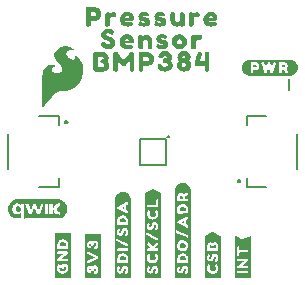
<source format=gto>
G04 EAGLE Gerber RS-274X export*
G75*
%MOMM*%
%FSLAX34Y34*%
%LPD*%
%INSilkscreen Top*%
%IPPOS*%
%AMOC8*
5,1,8,0,0,1.08239X$1,22.5*%
G01*
%ADD10C,0.127000*%
%ADD11C,0.175000*%
%ADD12C,0.203200*%

G36*
X159038Y19890D02*
X159038Y19890D01*
X159046Y19892D01*
X159246Y20392D01*
X159242Y20405D01*
X159249Y20410D01*
X159249Y94210D01*
X159246Y94215D01*
X159249Y94218D01*
X159149Y94818D01*
X159049Y95517D01*
X159041Y95525D01*
X159044Y95532D01*
X158746Y96128D01*
X158547Y96824D01*
X158542Y96828D01*
X158544Y96832D01*
X158244Y97432D01*
X158237Y97435D01*
X158238Y97441D01*
X157838Y97941D01*
X157834Y97942D01*
X157835Y97945D01*
X156835Y98945D01*
X156831Y98945D01*
X156831Y98948D01*
X156331Y99348D01*
X156327Y99349D01*
X156327Y99351D01*
X155727Y99751D01*
X155723Y99751D01*
X155722Y99754D01*
X155122Y100054D01*
X155117Y100053D01*
X155116Y100057D01*
X154516Y100257D01*
X154514Y100256D01*
X154514Y100257D01*
X153814Y100457D01*
X153810Y100456D01*
X153808Y100459D01*
X153208Y100559D01*
X153207Y100558D01*
X153207Y100559D01*
X152507Y100659D01*
X152498Y100654D01*
X152493Y100659D01*
X151793Y100559D01*
X151792Y100558D01*
X151792Y100559D01*
X151192Y100459D01*
X150493Y100359D01*
X150488Y100354D01*
X150484Y100357D01*
X149884Y100157D01*
X149883Y100154D01*
X149881Y100155D01*
X149181Y99855D01*
X149176Y99847D01*
X149169Y99848D01*
X148671Y99450D01*
X148073Y99051D01*
X148072Y99048D01*
X148069Y99048D01*
X147569Y98648D01*
X147567Y98641D01*
X147562Y98641D01*
X147162Y98141D01*
X147161Y98137D01*
X147159Y98137D01*
X146760Y97539D01*
X146362Y97041D01*
X146361Y97031D01*
X146355Y97029D01*
X146055Y96329D01*
X146056Y96326D01*
X146053Y96326D01*
X145853Y95726D01*
X145854Y95724D01*
X145853Y95724D01*
X145653Y95024D01*
X145656Y95014D01*
X145651Y95010D01*
X145651Y94413D01*
X145551Y93717D01*
X145554Y93712D01*
X145551Y93710D01*
X145551Y20110D01*
X145580Y20072D01*
X145582Y20064D01*
X146082Y19864D01*
X146095Y19868D01*
X146100Y19861D01*
X159000Y19861D01*
X159038Y19890D01*
G37*
G36*
X133847Y19897D02*
X133847Y19897D01*
X133842Y19904D01*
X133849Y19910D01*
X133849Y91110D01*
X133842Y91119D01*
X133847Y91126D01*
X133647Y91726D01*
X133625Y91741D01*
X133622Y91754D01*
X127022Y95054D01*
X126990Y95048D01*
X126978Y95054D01*
X120278Y91754D01*
X120266Y91730D01*
X120263Y91723D01*
X120251Y91717D01*
X120151Y91017D01*
X120154Y91012D01*
X120151Y91010D01*
X120151Y20510D01*
X120154Y20505D01*
X120151Y20502D01*
X120251Y19902D01*
X120295Y19861D01*
X120298Y19864D01*
X120300Y19861D01*
X133800Y19861D01*
X133847Y19897D01*
G37*
G36*
X107805Y19864D02*
X107805Y19864D01*
X107808Y19861D01*
X108408Y19961D01*
X108449Y20005D01*
X108446Y20008D01*
X108449Y20010D01*
X108449Y86310D01*
X108446Y86314D01*
X108449Y86317D01*
X108249Y87717D01*
X108244Y87722D01*
X108247Y87726D01*
X107847Y88926D01*
X107839Y88931D01*
X107841Y88937D01*
X107443Y89535D01*
X107144Y90132D01*
X107137Y90135D01*
X107138Y90141D01*
X106738Y90641D01*
X106734Y90642D01*
X106735Y90645D01*
X105735Y91645D01*
X105723Y91646D01*
X105722Y91654D01*
X105125Y91953D01*
X104527Y92351D01*
X104518Y92350D01*
X104516Y92357D01*
X103916Y92557D01*
X103914Y92556D01*
X103914Y92557D01*
X103214Y92757D01*
X103210Y92756D01*
X103208Y92759D01*
X102608Y92859D01*
X102607Y92858D01*
X102607Y92859D01*
X101907Y92959D01*
X101902Y92956D01*
X101900Y92959D01*
X101200Y92959D01*
X101196Y92956D01*
X101193Y92959D01*
X100493Y92859D01*
X100492Y92858D01*
X100492Y92859D01*
X99892Y92759D01*
X99889Y92755D01*
X99886Y92757D01*
X99186Y92557D01*
X99182Y92552D01*
X99178Y92554D01*
X97978Y91954D01*
X97975Y91947D01*
X97969Y91948D01*
X97471Y91550D01*
X96873Y91151D01*
X96869Y91141D01*
X96862Y91141D01*
X96462Y90641D01*
X96461Y90637D01*
X96459Y90637D01*
X96060Y90039D01*
X95662Y89541D01*
X95661Y89533D01*
X95656Y89532D01*
X95356Y88932D01*
X95357Y88926D01*
X95355Y88924D01*
X95353Y88924D01*
X95153Y88225D01*
X94953Y87626D01*
X94955Y87619D01*
X94951Y87617D01*
X94751Y86217D01*
X94753Y86214D01*
X94754Y86212D01*
X94751Y86210D01*
X94751Y20510D01*
X94754Y20505D01*
X94751Y20502D01*
X94851Y19902D01*
X94895Y19861D01*
X94898Y19864D01*
X94900Y19861D01*
X107800Y19861D01*
X107805Y19864D01*
G37*
G36*
X33995Y164890D02*
X33995Y164890D01*
X34079Y164893D01*
X34080Y164893D01*
X34081Y164893D01*
X34159Y164936D01*
X34232Y164975D01*
X34232Y164976D01*
X34233Y164976D01*
X34237Y164982D01*
X34320Y165090D01*
X34393Y165235D01*
X34749Y165591D01*
X34756Y165602D01*
X34769Y165613D01*
X35369Y166313D01*
X35373Y166320D01*
X35380Y166327D01*
X36072Y167216D01*
X36963Y168206D01*
X36966Y168211D01*
X36972Y168217D01*
X37967Y169410D01*
X39060Y170603D01*
X40259Y171901D01*
X41559Y173301D01*
X41563Y173308D01*
X41570Y173314D01*
X42660Y174602D01*
X43742Y175684D01*
X44717Y176562D01*
X45669Y177228D01*
X46709Y177701D01*
X47731Y177980D01*
X51580Y177980D01*
X51600Y177985D01*
X51627Y177983D01*
X54027Y178283D01*
X54049Y178291D01*
X54080Y178293D01*
X56280Y178893D01*
X56303Y178905D01*
X56336Y178913D01*
X58336Y179813D01*
X58355Y179827D01*
X58383Y179839D01*
X60283Y181039D01*
X60294Y181049D01*
X60311Y181058D01*
X62011Y182358D01*
X62028Y182379D01*
X62057Y182400D01*
X63557Y184000D01*
X63565Y184014D01*
X63580Y184027D01*
X64980Y185827D01*
X64993Y185854D01*
X65018Y185886D01*
X66918Y189586D01*
X66926Y189617D01*
X66946Y189658D01*
X67946Y193258D01*
X67948Y193292D01*
X67960Y193338D01*
X68160Y196838D01*
X68154Y196870D01*
X68156Y196917D01*
X67656Y200217D01*
X67645Y200246D01*
X67638Y200288D01*
X66638Y203088D01*
X66624Y203109D01*
X66614Y203141D01*
X65314Y205541D01*
X65288Y205570D01*
X65249Y205629D01*
X63549Y207329D01*
X63519Y207347D01*
X63482Y207382D01*
X61882Y208382D01*
X61816Y208405D01*
X61752Y208433D01*
X61735Y208433D01*
X61718Y208438D01*
X61649Y208429D01*
X61579Y208427D01*
X61564Y208418D01*
X61546Y208416D01*
X61488Y208377D01*
X61427Y208344D01*
X61417Y208329D01*
X61402Y208319D01*
X61367Y208259D01*
X61327Y208202D01*
X61324Y208183D01*
X61316Y208169D01*
X61313Y208130D01*
X61300Y208060D01*
X61300Y207460D01*
X61307Y207430D01*
X61307Y207385D01*
X61393Y206954D01*
X61217Y205894D01*
X60978Y205496D01*
X60563Y205081D01*
X60002Y204840D01*
X59433Y204840D01*
X58118Y205216D01*
X57377Y205587D01*
X56015Y206560D01*
X55338Y207139D01*
X54879Y207598D01*
X54402Y208362D01*
X54399Y208365D01*
X54396Y208371D01*
X54029Y208922D01*
X53852Y209544D01*
X53765Y210060D01*
X53848Y210557D01*
X54027Y211004D01*
X54302Y211554D01*
X54656Y211996D01*
X55394Y212642D01*
X55772Y212831D01*
X56113Y213001D01*
X56847Y213185D01*
X57701Y213280D01*
X58933Y213280D01*
X59288Y213191D01*
X59324Y213191D01*
X59380Y213180D01*
X59480Y213180D01*
X59541Y213194D01*
X59604Y213200D01*
X59625Y213214D01*
X59649Y213219D01*
X59697Y213259D01*
X59750Y213293D01*
X59763Y213314D01*
X59782Y213329D01*
X59808Y213387D01*
X59841Y213440D01*
X59843Y213465D01*
X59853Y213488D01*
X59851Y213550D01*
X59857Y213613D01*
X59848Y213636D01*
X59847Y213661D01*
X59817Y213716D01*
X59794Y213775D01*
X59774Y213794D01*
X59764Y213813D01*
X59733Y213834D01*
X59691Y213876D01*
X59397Y214073D01*
X58701Y214569D01*
X58686Y214575D01*
X58672Y214588D01*
X57472Y215288D01*
X57448Y215296D01*
X57421Y215313D01*
X55921Y215913D01*
X55903Y215916D01*
X55882Y215926D01*
X54082Y216426D01*
X54048Y216428D01*
X53999Y216440D01*
X51999Y216540D01*
X51961Y216533D01*
X51896Y216531D01*
X49696Y216031D01*
X49662Y216014D01*
X49604Y215997D01*
X47304Y214797D01*
X47279Y214776D01*
X47238Y214754D01*
X45538Y213354D01*
X45515Y213323D01*
X45467Y213275D01*
X44367Y211675D01*
X44353Y211640D01*
X44321Y211587D01*
X43721Y209887D01*
X43718Y209852D01*
X43716Y209841D01*
X43707Y209822D01*
X43708Y209800D01*
X43700Y209760D01*
X43700Y208060D01*
X43709Y208022D01*
X43715Y207953D01*
X44215Y206253D01*
X44229Y206228D01*
X44240Y206190D01*
X45140Y204390D01*
X45159Y204367D01*
X45178Y204329D01*
X46478Y202629D01*
X46495Y202615D01*
X46511Y202591D01*
X48202Y200901D01*
X49458Y199451D01*
X50100Y198076D01*
X50100Y196817D01*
X49741Y195652D01*
X48929Y194750D01*
X47819Y194009D01*
X46527Y193640D01*
X45031Y193640D01*
X43991Y193924D01*
X43171Y194197D01*
X42538Y194739D01*
X41993Y195285D01*
X41736Y195798D01*
X41560Y196413D01*
X41560Y196998D01*
X41721Y197481D01*
X41968Y197810D01*
X42334Y198176D01*
X42813Y198559D01*
X43168Y198826D01*
X43621Y199007D01*
X43633Y199015D01*
X43650Y199020D01*
X43894Y199142D01*
X44250Y199320D01*
X44279Y199344D01*
X44349Y199391D01*
X44449Y199491D01*
X44462Y199513D01*
X44482Y199529D01*
X44508Y199586D01*
X44540Y199638D01*
X44543Y199664D01*
X44553Y199688D01*
X44551Y199749D01*
X44557Y199811D01*
X44548Y199835D01*
X44547Y199861D01*
X44517Y199915D01*
X44495Y199973D01*
X44476Y199990D01*
X44464Y200013D01*
X44414Y200048D01*
X44368Y200090D01*
X44343Y200098D01*
X44322Y200113D01*
X44238Y200129D01*
X44202Y200140D01*
X44192Y200138D01*
X44180Y200140D01*
X44142Y200140D01*
X43911Y200217D01*
X43421Y200413D01*
X43386Y200418D01*
X43334Y200436D01*
X42634Y200536D01*
X42610Y200534D01*
X42580Y200540D01*
X40780Y200540D01*
X40750Y200533D01*
X40705Y200533D01*
X39705Y200333D01*
X39695Y200328D01*
X39680Y200327D01*
X38580Y200027D01*
X38563Y200018D01*
X38539Y200013D01*
X37539Y199613D01*
X37512Y199594D01*
X37469Y199576D01*
X36569Y198976D01*
X36548Y198954D01*
X36511Y198929D01*
X35711Y198129D01*
X35700Y198111D01*
X35680Y198093D01*
X34980Y197193D01*
X34969Y197169D01*
X34946Y197142D01*
X34346Y196042D01*
X34337Y196009D01*
X34314Y195964D01*
X33914Y194564D01*
X33913Y194539D01*
X33903Y194507D01*
X33703Y192907D01*
X33704Y192895D01*
X33700Y192880D01*
X33600Y190980D01*
X33602Y190971D01*
X33600Y190960D01*
X33600Y165260D01*
X33620Y165175D01*
X33639Y165093D01*
X33639Y165092D01*
X33639Y165091D01*
X33696Y165023D01*
X33748Y164959D01*
X33749Y164958D01*
X33827Y164923D01*
X33906Y164887D01*
X33907Y164887D01*
X33908Y164887D01*
X33995Y164890D01*
G37*
G36*
X18672Y70413D02*
X18672Y70413D01*
X46169Y70413D01*
X46171Y70414D01*
X46173Y70413D01*
X46700Y70446D01*
X46701Y70446D01*
X46703Y70446D01*
X47755Y70552D01*
X47757Y70554D01*
X47761Y70553D01*
X48277Y70660D01*
X48279Y70662D01*
X48282Y70661D01*
X49293Y70975D01*
X49294Y70977D01*
X49298Y70977D01*
X49783Y71182D01*
X49785Y71184D01*
X49789Y71184D01*
X50718Y71689D01*
X50720Y71692D01*
X50724Y71692D01*
X51158Y71990D01*
X51159Y71993D01*
X51162Y71994D01*
X51978Y72667D01*
X51979Y72670D01*
X51983Y72672D01*
X52348Y73051D01*
X52349Y73053D01*
X52351Y73055D01*
X53024Y73870D01*
X53025Y73874D01*
X53029Y73877D01*
X53310Y74322D01*
X53310Y74324D01*
X53312Y74326D01*
X53817Y75255D01*
X53816Y75259D01*
X53820Y75263D01*
X54006Y75756D01*
X54005Y75758D01*
X54007Y75760D01*
X54321Y76770D01*
X54320Y76774D01*
X54323Y76778D01*
X54408Y77298D01*
X54407Y77299D01*
X54409Y77302D01*
X54515Y78354D01*
X54513Y78357D01*
X54515Y78361D01*
X54507Y78887D01*
X54505Y78889D01*
X54506Y78893D01*
X54400Y79945D01*
X54398Y79947D01*
X54399Y79951D01*
X54297Y80467D01*
X54295Y80469D01*
X54295Y80473D01*
X53982Y81483D01*
X53979Y81485D01*
X53980Y81489D01*
X53778Y81975D01*
X53776Y81977D01*
X53776Y81981D01*
X53271Y82910D01*
X53269Y82912D01*
X53268Y82916D01*
X52973Y83352D01*
X52971Y83353D01*
X52970Y83357D01*
X52297Y84172D01*
X52294Y84173D01*
X52292Y84177D01*
X51915Y84545D01*
X51913Y84546D01*
X51912Y84549D01*
X51096Y85222D01*
X51092Y85222D01*
X51090Y85226D01*
X50646Y85510D01*
X50644Y85510D01*
X50643Y85513D01*
X49713Y86017D01*
X49709Y86017D01*
X49706Y86021D01*
X49214Y86210D01*
X49212Y86210D01*
X49210Y86211D01*
X48200Y86525D01*
X48197Y86524D01*
X48192Y86527D01*
X47674Y86617D01*
X47672Y86616D01*
X47669Y86617D01*
X46617Y86723D01*
X46376Y86748D01*
X46373Y86746D01*
X46370Y86748D01*
X13054Y86748D01*
X12525Y86743D01*
X12523Y86741D01*
X12520Y86742D01*
X10941Y86583D01*
X10937Y86580D01*
X10929Y86581D01*
X9414Y86111D01*
X9410Y86106D01*
X9402Y86106D01*
X8009Y85349D01*
X8006Y85344D01*
X7999Y85342D01*
X6781Y84326D01*
X6779Y84321D01*
X6772Y84317D01*
X5774Y83086D01*
X5774Y83081D01*
X5768Y83076D01*
X5263Y82147D01*
X5264Y82146D01*
X5262Y82145D01*
X5027Y81673D01*
X5028Y81668D01*
X5023Y81663D01*
X4710Y80653D01*
X4710Y80652D01*
X4709Y80651D01*
X4570Y80143D01*
X4571Y80138D01*
X4568Y80132D01*
X4415Y78554D01*
X4418Y78549D01*
X4415Y78541D01*
X4575Y76963D01*
X4578Y76959D01*
X4577Y76951D01*
X5043Y75435D01*
X5047Y75431D01*
X5048Y75423D01*
X5799Y74027D01*
X5804Y74024D01*
X5806Y74017D01*
X5869Y73941D01*
X6076Y73690D01*
X6077Y73690D01*
X6284Y73439D01*
X6492Y73188D01*
X6700Y72937D01*
X6817Y72795D01*
X6823Y72793D01*
X6826Y72786D01*
X8056Y71785D01*
X8061Y71785D01*
X8066Y71779D01*
X9466Y71035D01*
X9471Y71036D01*
X9477Y71030D01*
X10995Y70573D01*
X11000Y70575D01*
X11007Y70571D01*
X12585Y70413D01*
X12588Y70414D01*
X12591Y70413D01*
X15088Y70413D01*
X15107Y70425D01*
X15130Y70429D01*
X15136Y70444D01*
X15145Y70449D01*
X15143Y70460D01*
X15150Y70476D01*
X15149Y70625D01*
X15149Y75008D01*
X15142Y75019D01*
X15144Y75032D01*
X15125Y75045D01*
X15112Y75065D01*
X15099Y75063D01*
X15088Y75071D01*
X15054Y75057D01*
X15045Y75055D01*
X15043Y75052D01*
X15040Y75051D01*
X14818Y74812D01*
X14437Y74458D01*
X14004Y74174D01*
X13532Y73961D01*
X13030Y73835D01*
X12514Y73778D01*
X11993Y73799D01*
X11474Y73848D01*
X10972Y73985D01*
X10481Y74155D01*
X10028Y74409D01*
X9611Y74717D01*
X9224Y75063D01*
X8916Y75482D01*
X8639Y75922D01*
X8424Y76397D01*
X8264Y76892D01*
X8139Y77399D01*
X8040Y78441D01*
X8105Y79485D01*
X8220Y79994D01*
X8353Y80499D01*
X8569Y80972D01*
X8823Y81427D01*
X9129Y81847D01*
X9501Y82208D01*
X9904Y82533D01*
X10358Y82786D01*
X10842Y82974D01*
X11339Y83125D01*
X12380Y83205D01*
X12897Y83156D01*
X13403Y83041D01*
X13885Y82851D01*
X14327Y82582D01*
X14728Y82249D01*
X15043Y81954D01*
X15054Y81952D01*
X15060Y81943D01*
X15085Y81947D01*
X15110Y81942D01*
X15116Y81951D01*
X15127Y81953D01*
X15146Y81994D01*
X15149Y81998D01*
X15148Y81999D01*
X15149Y82000D01*
X15149Y83055D01*
X15153Y83108D01*
X18098Y83108D01*
X18098Y70468D01*
X18110Y70449D01*
X18114Y70426D01*
X18129Y70420D01*
X18134Y70411D01*
X18145Y70413D01*
X18161Y70406D01*
X18672Y70413D01*
G37*
G36*
X242764Y191274D02*
X242764Y191274D01*
X242767Y191271D01*
X243463Y191371D01*
X244060Y191371D01*
X244068Y191377D01*
X244074Y191373D01*
X244774Y191573D01*
X244775Y191574D01*
X244776Y191573D01*
X245376Y191773D01*
X245379Y191778D01*
X245382Y191776D01*
X245982Y192076D01*
X245984Y192080D01*
X245987Y192079D01*
X247187Y192879D01*
X247188Y192882D01*
X247191Y192882D01*
X247691Y193282D01*
X247693Y193289D01*
X247698Y193289D01*
X248098Y193789D01*
X248099Y193793D01*
X248101Y193793D01*
X248901Y194993D01*
X248901Y194998D01*
X248903Y195000D01*
X248902Y195003D01*
X248907Y195004D01*
X249106Y195601D01*
X249404Y196198D01*
X249402Y196209D01*
X249409Y196213D01*
X249509Y196912D01*
X249609Y197512D01*
X249606Y197517D01*
X249609Y197520D01*
X249609Y198920D01*
X249606Y198924D01*
X249609Y198927D01*
X249509Y199627D01*
X249504Y199632D01*
X249507Y199636D01*
X249107Y200836D01*
X249104Y200837D01*
X249105Y200839D01*
X248805Y201539D01*
X248797Y201544D01*
X248798Y201551D01*
X248400Y202049D01*
X248001Y202647D01*
X247991Y202651D01*
X247991Y202658D01*
X247493Y203057D01*
X246995Y203555D01*
X246988Y203556D01*
X246987Y203561D01*
X246387Y203961D01*
X246383Y203961D01*
X246382Y203964D01*
X245182Y204564D01*
X245177Y204563D01*
X245176Y204567D01*
X244576Y204767D01*
X244571Y204765D01*
X244569Y204765D01*
X244567Y204769D01*
X243167Y204969D01*
X243162Y204966D01*
X243160Y204969D01*
X208760Y204969D01*
X208755Y204966D01*
X208752Y204969D01*
X208152Y204869D01*
X208149Y204865D01*
X208146Y204867D01*
X207446Y204667D01*
X207445Y204666D01*
X207444Y204667D01*
X206844Y204467D01*
X206843Y204464D01*
X206841Y204465D01*
X206141Y204165D01*
X206138Y204161D01*
X206135Y204162D01*
X205635Y203862D01*
X205634Y203861D01*
X205633Y203861D01*
X205033Y203461D01*
X205030Y203454D01*
X205025Y203455D01*
X204025Y202455D01*
X204025Y202451D01*
X204022Y202451D01*
X203622Y201951D01*
X203621Y201943D01*
X203616Y201942D01*
X203016Y200742D01*
X203016Y200740D01*
X203016Y200739D01*
X203017Y200737D01*
X203013Y200736D01*
X202813Y200136D01*
X202814Y200134D01*
X202813Y200134D01*
X202613Y199434D01*
X202615Y199429D01*
X202611Y199427D01*
X202511Y198727D01*
X202514Y198722D01*
X202511Y198720D01*
X202511Y197420D01*
X202514Y197416D01*
X202511Y197413D01*
X202611Y196713D01*
X202616Y196708D01*
X202613Y196704D01*
X202813Y196105D01*
X203013Y195406D01*
X203018Y195402D01*
X203016Y195398D01*
X203316Y194798D01*
X203320Y194796D01*
X203319Y194793D01*
X203719Y194193D01*
X203722Y194192D01*
X203722Y194189D01*
X204522Y193189D01*
X204532Y193187D01*
X204533Y193179D01*
X205131Y192780D01*
X205629Y192382D01*
X205633Y192381D01*
X205633Y192379D01*
X206233Y191979D01*
X206242Y191980D01*
X206244Y191973D01*
X206844Y191773D01*
X206846Y191774D01*
X206846Y191773D01*
X207545Y191573D01*
X208144Y191373D01*
X208151Y191375D01*
X208153Y191371D01*
X208853Y191271D01*
X208858Y191274D01*
X208860Y191271D01*
X242760Y191271D01*
X242764Y191274D01*
G37*
G36*
X57547Y19897D02*
X57547Y19897D01*
X57545Y19900D01*
X57549Y19902D01*
X57649Y20502D01*
X57646Y20507D01*
X57649Y20510D01*
X57649Y57710D01*
X57613Y57757D01*
X57606Y57752D01*
X57600Y57759D01*
X44100Y57759D01*
X44053Y57723D01*
X44055Y57720D01*
X44051Y57718D01*
X43951Y57118D01*
X43954Y57113D01*
X43951Y57110D01*
X43951Y19910D01*
X43987Y19863D01*
X43994Y19868D01*
X44000Y19861D01*
X57500Y19861D01*
X57547Y19897D01*
G37*
G36*
X184005Y19864D02*
X184005Y19864D01*
X184008Y19861D01*
X184608Y19961D01*
X184649Y20005D01*
X184646Y20008D01*
X184649Y20010D01*
X184649Y55210D01*
X184630Y55235D01*
X184631Y55248D01*
X184131Y55648D01*
X184123Y55649D01*
X184122Y55654D01*
X178122Y58654D01*
X178106Y58651D01*
X178100Y58659D01*
X177500Y58659D01*
X177487Y58650D01*
X177478Y58654D01*
X171378Y55654D01*
X171371Y55641D01*
X171362Y55641D01*
X170962Y55141D01*
X170961Y55118D01*
X170951Y55110D01*
X170951Y20510D01*
X170954Y20505D01*
X170951Y20502D01*
X171051Y19902D01*
X171095Y19861D01*
X171098Y19864D01*
X171100Y19861D01*
X184000Y19861D01*
X184005Y19864D01*
G37*
G36*
X82838Y19890D02*
X82838Y19890D01*
X82846Y19892D01*
X83046Y20392D01*
X83042Y20405D01*
X83049Y20410D01*
X83049Y56910D01*
X83013Y56957D01*
X83010Y56955D01*
X83008Y56959D01*
X82408Y57059D01*
X82403Y57056D01*
X82400Y57059D01*
X69500Y57059D01*
X69453Y57023D01*
X69455Y57020D01*
X69451Y57018D01*
X69351Y56418D01*
X69354Y56413D01*
X69351Y56410D01*
X69351Y20110D01*
X69380Y20072D01*
X69382Y20064D01*
X69882Y19864D01*
X69895Y19868D01*
X69900Y19861D01*
X82800Y19861D01*
X82838Y19890D01*
G37*
G36*
X209511Y19869D02*
X209511Y19869D01*
X209518Y19864D01*
X210018Y20064D01*
X210033Y20088D01*
X210040Y20094D01*
X210038Y20097D01*
X210043Y20105D01*
X210049Y20110D01*
X210049Y55410D01*
X210037Y55426D01*
X210041Y55437D01*
X209841Y55737D01*
X209785Y55757D01*
X209783Y55752D01*
X209778Y55754D01*
X203681Y52756D01*
X203104Y52563D01*
X197022Y55654D01*
X197017Y55653D01*
X197016Y55657D01*
X196416Y55857D01*
X196414Y55856D01*
X196413Y55857D01*
X196410Y55855D01*
X196359Y55838D01*
X196365Y55821D01*
X196351Y55810D01*
X196351Y20310D01*
X196364Y20292D01*
X196361Y20280D01*
X196661Y19880D01*
X196692Y19872D01*
X196700Y19861D01*
X209500Y19861D01*
X209511Y19869D01*
G37*
G36*
X85005Y194854D02*
X85005Y194854D01*
X85008Y194851D01*
X86208Y195051D01*
X86214Y195057D01*
X86218Y195054D01*
X87218Y195454D01*
X87223Y195461D01*
X87228Y195460D01*
X88228Y196160D01*
X88231Y196169D01*
X88238Y196169D01*
X89038Y197169D01*
X89039Y197174D01*
X89042Y197175D01*
X89642Y198175D01*
X89641Y198182D01*
X89647Y198186D01*
X89647Y198187D01*
X89648Y198187D01*
X89948Y199287D01*
X89945Y199293D01*
X89949Y199296D01*
X90049Y200496D01*
X90044Y200504D01*
X90049Y200508D01*
X89849Y201708D01*
X89842Y201715D01*
X89845Y201720D01*
X89345Y202820D01*
X89341Y202822D01*
X89342Y202825D01*
X88756Y203802D01*
X88944Y204178D01*
X88943Y204183D01*
X88947Y204184D01*
X89347Y205384D01*
X89345Y205389D01*
X89348Y205391D01*
X89548Y206491D01*
X89544Y206500D01*
X89549Y206504D01*
X89449Y207704D01*
X89443Y207711D01*
X89446Y207717D01*
X89046Y208817D01*
X89040Y208821D01*
X89042Y208825D01*
X88442Y209825D01*
X88434Y209829D01*
X88435Y209835D01*
X87535Y210735D01*
X87523Y210736D01*
X87522Y210744D01*
X86522Y211244D01*
X86518Y211243D01*
X86517Y211246D01*
X85417Y211646D01*
X85412Y211645D01*
X85403Y211645D01*
X85400Y211649D01*
X79300Y211649D01*
X79298Y211648D01*
X79297Y211649D01*
X77897Y211549D01*
X77887Y211541D01*
X77886Y211540D01*
X77878Y211544D01*
X77078Y211144D01*
X77068Y211123D01*
X77059Y211117D01*
X77053Y211114D01*
X76753Y210114D01*
X76756Y210104D01*
X76751Y210100D01*
X76751Y196900D01*
X76753Y196897D01*
X76751Y196896D01*
X76851Y195696D01*
X76869Y195676D01*
X76868Y195663D01*
X77568Y195063D01*
X77587Y195061D01*
X77593Y195051D01*
X78993Y194851D01*
X78998Y194854D01*
X79000Y194851D01*
X85000Y194851D01*
X85005Y194854D01*
G37*
G36*
X110204Y194951D02*
X110204Y194951D01*
X110213Y194959D01*
X110220Y194955D01*
X111120Y195355D01*
X111135Y195383D01*
X111148Y195388D01*
X111448Y196588D01*
X111444Y196596D01*
X111449Y196600D01*
X111449Y209900D01*
X111445Y209906D01*
X111448Y209910D01*
X111248Y210910D01*
X111230Y210926D01*
X111230Y210939D01*
X110430Y211539D01*
X110410Y211539D01*
X110403Y211549D01*
X108903Y211649D01*
X108897Y211645D01*
X108889Y211645D01*
X108887Y211643D01*
X108882Y211646D01*
X107882Y211246D01*
X107873Y211231D01*
X107862Y211232D01*
X106862Y210032D01*
X106862Y210031D01*
X105662Y208531D01*
X105662Y208530D01*
X105661Y208530D01*
X102967Y205038D01*
X102114Y204564D01*
X97940Y210229D01*
X97240Y211228D01*
X97220Y211235D01*
X97217Y211246D01*
X96117Y211646D01*
X96112Y211645D01*
X96100Y211645D01*
X96097Y211649D01*
X94697Y211549D01*
X94692Y211545D01*
X94687Y211541D01*
X94680Y211545D01*
X93780Y211145D01*
X93767Y211122D01*
X93760Y211117D01*
X93760Y211116D01*
X93753Y211113D01*
X93453Y210013D01*
X93456Y210004D01*
X93451Y210000D01*
X93451Y196900D01*
X93453Y196897D01*
X93451Y196896D01*
X93551Y195796D01*
X93567Y195778D01*
X93565Y195765D01*
X94265Y195065D01*
X94287Y195062D01*
X94294Y195051D01*
X95794Y194851D01*
X95806Y194858D01*
X95813Y194853D01*
X96913Y195153D01*
X96930Y195174D01*
X96943Y195176D01*
X97443Y196076D01*
X97441Y196093D01*
X97449Y196100D01*
X97449Y204308D01*
X97665Y204164D01*
X98460Y203071D01*
X98461Y203071D01*
X98460Y203071D01*
X100760Y199971D01*
X100770Y199968D01*
X100770Y199961D01*
X101670Y199261D01*
X101690Y199261D01*
X101696Y199251D01*
X102896Y199151D01*
X102916Y199164D01*
X102928Y199160D01*
X103928Y199860D01*
X103931Y199868D01*
X103937Y199868D01*
X104537Y200568D01*
X104538Y200571D01*
X104540Y200571D01*
X106140Y202771D01*
X107351Y204448D01*
X107351Y196200D01*
X107361Y196186D01*
X107357Y196176D01*
X107857Y195276D01*
X107879Y195266D01*
X107883Y195254D01*
X108983Y194854D01*
X108998Y194858D01*
X109004Y194851D01*
X110204Y194951D01*
G37*
G36*
X154304Y194951D02*
X154304Y194951D01*
X154307Y194953D01*
X154309Y194952D01*
X155409Y195152D01*
X155415Y195158D01*
X155420Y195155D01*
X156520Y195655D01*
X156524Y195661D01*
X156528Y195660D01*
X157528Y196360D01*
X157531Y196368D01*
X157537Y196367D01*
X158337Y197267D01*
X158337Y197274D01*
X158342Y197275D01*
X158942Y198275D01*
X158942Y198281D01*
X158942Y198282D01*
X158946Y198283D01*
X159346Y199383D01*
X159343Y199392D01*
X159349Y199396D01*
X159449Y200596D01*
X159447Y200599D01*
X159449Y200600D01*
X159449Y201200D01*
X159442Y201210D01*
X159446Y201217D01*
X159046Y202317D01*
X159041Y202320D01*
X159043Y202325D01*
X158343Y203525D01*
X158334Y203528D01*
X158335Y203535D01*
X157663Y204206D01*
X158241Y205073D01*
X158241Y205076D01*
X158243Y205076D01*
X158843Y206176D01*
X158841Y206191D01*
X158849Y206196D01*
X158949Y207396D01*
X158944Y207404D01*
X158949Y207408D01*
X158749Y208608D01*
X158744Y208613D01*
X158746Y208617D01*
X158346Y209717D01*
X158337Y209723D01*
X158339Y209730D01*
X157639Y210630D01*
X157631Y210632D01*
X157631Y210638D01*
X156631Y211438D01*
X156623Y211439D01*
X156622Y211444D01*
X155622Y211944D01*
X155615Y211943D01*
X155613Y211948D01*
X154513Y212248D01*
X154507Y212245D01*
X154504Y212249D01*
X153304Y212349D01*
X153299Y212346D01*
X153296Y212349D01*
X152096Y212249D01*
X152089Y212243D01*
X152083Y212246D01*
X150983Y211846D01*
X150979Y211840D01*
X150975Y211842D01*
X149975Y211242D01*
X149973Y211238D01*
X149969Y211238D01*
X148969Y210438D01*
X148967Y210428D01*
X148959Y210427D01*
X148359Y209527D01*
X148360Y209519D01*
X148354Y209517D01*
X147954Y208417D01*
X147956Y208411D01*
X147954Y208409D01*
X147951Y208408D01*
X147751Y207208D01*
X147757Y207198D01*
X147751Y207192D01*
X147951Y205992D01*
X147958Y205986D01*
X147955Y205981D01*
X148455Y204781D01*
X148464Y204775D01*
X148463Y204768D01*
X149035Y204100D01*
X148363Y203332D01*
X148363Y203327D01*
X148358Y203326D01*
X147658Y202226D01*
X147659Y202216D01*
X147653Y202213D01*
X147353Y201113D01*
X147356Y201104D01*
X147351Y201100D01*
X147351Y199900D01*
X147354Y199895D01*
X147351Y199892D01*
X147551Y198692D01*
X147559Y198685D01*
X147556Y198678D01*
X148056Y197678D01*
X148062Y197675D01*
X148061Y197670D01*
X148761Y196770D01*
X148769Y196768D01*
X148769Y196762D01*
X149769Y195962D01*
X149774Y195961D01*
X149775Y195958D01*
X150775Y195358D01*
X150784Y195359D01*
X150787Y195353D01*
X151887Y195053D01*
X151891Y195054D01*
X151892Y195051D01*
X153092Y194851D01*
X153100Y194856D01*
X153104Y194851D01*
X154304Y194951D01*
G37*
G36*
X73503Y233051D02*
X73503Y233051D01*
X73520Y233065D01*
X73532Y233063D01*
X74232Y233663D01*
X74235Y233676D01*
X74237Y233686D01*
X74249Y233692D01*
X74449Y234892D01*
X74446Y234897D01*
X74449Y234900D01*
X74449Y237266D01*
X75209Y237551D01*
X77500Y237551D01*
X77505Y237555D01*
X77509Y237552D01*
X78609Y237752D01*
X78613Y237756D01*
X78617Y237754D01*
X79717Y238154D01*
X79720Y238158D01*
X79724Y238157D01*
X80824Y238757D01*
X80827Y238764D01*
X80833Y238763D01*
X81733Y239563D01*
X81734Y239570D01*
X81739Y239570D01*
X82439Y240470D01*
X82439Y240478D01*
X82445Y240480D01*
X82945Y241580D01*
X82944Y241585D01*
X82948Y241587D01*
X83248Y242687D01*
X83247Y242688D01*
X83248Y242689D01*
X83246Y242691D01*
X83245Y242693D01*
X83249Y242696D01*
X83349Y243896D01*
X83347Y243899D01*
X83349Y243900D01*
X83349Y245100D01*
X83337Y245116D01*
X83341Y245127D01*
X83143Y245424D01*
X82645Y246520D01*
X82639Y246524D01*
X82640Y246528D01*
X81940Y247528D01*
X81932Y247531D01*
X81933Y247537D01*
X81033Y248337D01*
X81028Y248337D01*
X81028Y248340D01*
X80028Y249040D01*
X80019Y249040D01*
X80017Y249046D01*
X78917Y249446D01*
X78914Y249445D01*
X78913Y249448D01*
X77813Y249748D01*
X77807Y249745D01*
X77803Y249745D01*
X77800Y249749D01*
X71800Y249749D01*
X71794Y249745D01*
X71788Y249745D01*
X71787Y249744D01*
X71783Y249746D01*
X70683Y249346D01*
X70668Y249323D01*
X70655Y249320D01*
X70255Y248420D01*
X70258Y248406D01*
X70251Y248400D01*
X70251Y235400D01*
X70253Y235397D01*
X70251Y235396D01*
X70351Y234196D01*
X70360Y234186D01*
X70356Y234178D01*
X70756Y233378D01*
X70780Y233366D01*
X70784Y233353D01*
X71984Y232953D01*
X71997Y232958D01*
X72003Y232951D01*
X73503Y233051D01*
G37*
G36*
X118103Y194951D02*
X118103Y194951D01*
X118120Y194965D01*
X118132Y194963D01*
X118832Y195563D01*
X118835Y195576D01*
X118837Y195586D01*
X118849Y195592D01*
X119049Y196792D01*
X119046Y196797D01*
X119049Y196800D01*
X119049Y199166D01*
X119809Y199451D01*
X122200Y199451D01*
X122205Y199455D01*
X122209Y199452D01*
X123309Y199652D01*
X123314Y199657D01*
X123318Y199654D01*
X124318Y200054D01*
X124345Y200099D01*
X124356Y200077D01*
X124410Y200052D01*
X124415Y200062D01*
X124425Y200058D01*
X125425Y200658D01*
X125428Y200664D01*
X125433Y200663D01*
X126333Y201463D01*
X126334Y201468D01*
X126337Y201467D01*
X127137Y202367D01*
X127138Y202378D01*
X127145Y202380D01*
X127645Y203480D01*
X127643Y203488D01*
X127648Y203491D01*
X127848Y204591D01*
X127847Y204594D01*
X127849Y204596D01*
X127949Y205796D01*
X127947Y205799D01*
X127949Y205800D01*
X127949Y207000D01*
X127937Y207016D01*
X127941Y207027D01*
X127743Y207324D01*
X127245Y208420D01*
X127239Y208424D01*
X127240Y208428D01*
X126540Y209428D01*
X126534Y209430D01*
X126535Y209435D01*
X125735Y210235D01*
X125727Y210236D01*
X125726Y210242D01*
X124626Y210942D01*
X124619Y210941D01*
X124617Y210946D01*
X123517Y211346D01*
X123514Y211345D01*
X123513Y211348D01*
X122413Y211648D01*
X122407Y211645D01*
X122403Y211645D01*
X122400Y211649D01*
X116400Y211649D01*
X116394Y211645D01*
X116388Y211645D01*
X116387Y211644D01*
X116383Y211646D01*
X115283Y211246D01*
X115268Y211223D01*
X115262Y211219D01*
X115253Y211216D01*
X114953Y210316D01*
X114957Y210305D01*
X114951Y210300D01*
X114951Y196100D01*
X114960Y196087D01*
X114956Y196078D01*
X115356Y195278D01*
X115380Y195266D01*
X115384Y195253D01*
X116584Y194853D01*
X116597Y194858D01*
X116603Y194851D01*
X118103Y194951D01*
G37*
G36*
X138804Y194951D02*
X138804Y194951D01*
X138809Y194956D01*
X138813Y194953D01*
X139913Y195253D01*
X139917Y195257D01*
X139920Y195255D01*
X141020Y195755D01*
X141023Y195760D01*
X141027Y195759D01*
X141927Y196359D01*
X141930Y196368D01*
X141937Y196367D01*
X142737Y197267D01*
X142737Y197272D01*
X142741Y197273D01*
X143341Y198173D01*
X143340Y198181D01*
X143341Y198181D01*
X143346Y198183D01*
X143746Y199283D01*
X143743Y199293D01*
X143749Y199296D01*
X143849Y200596D01*
X143844Y200604D01*
X143848Y200609D01*
X143648Y201709D01*
X143639Y201717D01*
X143642Y201725D01*
X143042Y202725D01*
X143034Y202729D01*
X143035Y202735D01*
X142149Y203620D01*
X142149Y204278D01*
X142932Y204963D01*
X142935Y204977D01*
X142941Y204982D01*
X142946Y204983D01*
X143346Y206083D01*
X143343Y206092D01*
X143349Y206096D01*
X143449Y207296D01*
X143444Y207304D01*
X143448Y207309D01*
X143248Y208409D01*
X143241Y208416D01*
X143244Y208422D01*
X142744Y209422D01*
X142737Y209425D01*
X142738Y209431D01*
X141938Y210431D01*
X141934Y210432D01*
X141935Y210435D01*
X140235Y212135D01*
X140208Y212139D01*
X140200Y212149D01*
X136600Y212149D01*
X136592Y212143D01*
X136587Y212148D01*
X135487Y211848D01*
X135486Y211846D01*
X135484Y211847D01*
X134284Y211447D01*
X134279Y211439D01*
X134273Y211441D01*
X133373Y210841D01*
X133369Y210831D01*
X133362Y210831D01*
X132562Y209831D01*
X132561Y209824D01*
X132557Y209824D01*
X131957Y208724D01*
X131958Y208714D01*
X131952Y208711D01*
X131752Y207811D01*
X131762Y207790D01*
X131756Y207778D01*
X132256Y206778D01*
X132273Y206770D01*
X132274Y206758D01*
X133374Y206058D01*
X133390Y206060D01*
X133396Y206051D01*
X134496Y205951D01*
X134515Y205963D01*
X134527Y205959D01*
X135427Y206559D01*
X135432Y206574D01*
X135442Y206575D01*
X136034Y207562D01*
X137111Y208051D01*
X138383Y208051D01*
X139248Y207378D01*
X139154Y206435D01*
X138189Y206049D01*
X136797Y205949D01*
X136786Y205940D01*
X136778Y205944D01*
X135978Y205544D01*
X135966Y205520D01*
X135953Y205516D01*
X135553Y204316D01*
X135558Y204303D01*
X135551Y204297D01*
X135651Y202797D01*
X135667Y202778D01*
X135665Y202765D01*
X136365Y202065D01*
X136385Y202062D01*
X136390Y202052D01*
X137390Y201852D01*
X137394Y201854D01*
X137396Y201851D01*
X138680Y201752D01*
X139553Y200976D01*
X139649Y199918D01*
X138875Y199144D01*
X137696Y198850D01*
X136514Y198948D01*
X135439Y199535D01*
X134945Y200719D01*
X134934Y200726D01*
X134935Y200735D01*
X134335Y201335D01*
X134311Y201338D01*
X134304Y201349D01*
X132904Y201449D01*
X132895Y201443D01*
X132889Y201448D01*
X131589Y201148D01*
X131572Y201127D01*
X131558Y201126D01*
X131058Y200326D01*
X131060Y200304D01*
X131051Y200295D01*
X131151Y199295D01*
X131157Y199289D01*
X131153Y199284D01*
X131553Y198084D01*
X131561Y198079D01*
X131558Y198074D01*
X132258Y196974D01*
X132268Y196970D01*
X132268Y196963D01*
X133068Y196263D01*
X133072Y196263D01*
X133073Y196259D01*
X133973Y195659D01*
X133979Y195659D01*
X133980Y195655D01*
X135080Y195155D01*
X135088Y195157D01*
X135091Y195152D01*
X136191Y194952D01*
X136195Y194953D01*
X136196Y194951D01*
X137496Y194851D01*
X137501Y194854D01*
X137504Y194851D01*
X138804Y194951D01*
G37*
G36*
X90108Y213907D02*
X90108Y213907D01*
X90113Y213903D01*
X91213Y214203D01*
X91215Y214205D01*
X91217Y214204D01*
X92317Y214604D01*
X92321Y214610D01*
X92325Y214608D01*
X93325Y215208D01*
X93329Y215216D01*
X93335Y215215D01*
X94135Y216015D01*
X94136Y216022D01*
X94140Y216022D01*
X94840Y217022D01*
X94840Y217031D01*
X94846Y217033D01*
X95246Y218133D01*
X95243Y218142D01*
X95249Y218146D01*
X95349Y219346D01*
X95346Y219351D01*
X95349Y219354D01*
X95249Y220554D01*
X95245Y220559D01*
X95248Y220563D01*
X94948Y221663D01*
X94938Y221670D01*
X94940Y221678D01*
X94240Y222678D01*
X94230Y222682D01*
X94230Y222689D01*
X93330Y223389D01*
X93323Y223389D01*
X93322Y223394D01*
X92322Y223894D01*
X92314Y223893D01*
X92312Y223898D01*
X91112Y224198D01*
X88819Y224796D01*
X87842Y225382D01*
X87554Y226437D01*
X88225Y227204D01*
X89395Y227399D01*
X90477Y227006D01*
X91472Y226310D01*
X91486Y226310D01*
X91490Y226302D01*
X92490Y226102D01*
X92517Y226115D01*
X92530Y226111D01*
X93430Y226811D01*
X93433Y226821D01*
X93440Y226821D01*
X94240Y227921D01*
X94239Y227943D01*
X94249Y227950D01*
X94249Y228850D01*
X94235Y228868D01*
X94238Y228881D01*
X93438Y229881D01*
X93428Y229883D01*
X93427Y229891D01*
X92527Y230491D01*
X92518Y230490D01*
X92516Y230497D01*
X91316Y230897D01*
X91311Y230895D01*
X91309Y230898D01*
X90209Y231098D01*
X90205Y231097D01*
X90204Y231099D01*
X88904Y231199D01*
X88899Y231196D01*
X88896Y231199D01*
X87596Y231099D01*
X87591Y231094D01*
X87587Y231098D01*
X86487Y230798D01*
X86481Y230790D01*
X86475Y230792D01*
X85475Y230192D01*
X85472Y230186D01*
X85468Y230187D01*
X84668Y229487D01*
X84666Y229478D01*
X84660Y229478D01*
X83960Y228478D01*
X83960Y228469D01*
X83954Y228467D01*
X83554Y227367D01*
X83555Y227362D01*
X83552Y227359D01*
X83352Y226259D01*
X83357Y226248D01*
X83351Y226243D01*
X83551Y224943D01*
X83554Y224940D01*
X83553Y224937D01*
X83853Y223837D01*
X83862Y223830D01*
X83860Y223822D01*
X84560Y222822D01*
X84568Y222819D01*
X84568Y222813D01*
X85368Y222113D01*
X85378Y222112D01*
X85380Y222105D01*
X86480Y221605D01*
X86483Y221606D01*
X86483Y221604D01*
X87583Y221204D01*
X87587Y221205D01*
X87588Y221202D01*
X88788Y220902D01*
X89883Y220604D01*
X90956Y220116D01*
X91148Y219059D01*
X90666Y218190D01*
X89595Y217801D01*
X88418Y217997D01*
X87329Y218690D01*
X86331Y219488D01*
X86321Y219489D01*
X86320Y219495D01*
X85420Y219895D01*
X85396Y219889D01*
X85386Y219897D01*
X84386Y219597D01*
X84376Y219583D01*
X84365Y219585D01*
X83365Y218585D01*
X83363Y218566D01*
X83352Y218561D01*
X83152Y217661D01*
X83162Y217638D01*
X83157Y217626D01*
X83757Y216526D01*
X83764Y216523D01*
X83763Y216518D01*
X84463Y215718D01*
X84472Y215716D01*
X84472Y215710D01*
X85472Y215010D01*
X85474Y215010D01*
X85475Y215008D01*
X86475Y214408D01*
X86483Y214409D01*
X86484Y214403D01*
X87684Y214003D01*
X87693Y214006D01*
X87696Y214001D01*
X88896Y213901D01*
X88899Y213903D01*
X88900Y213901D01*
X90100Y213901D01*
X90108Y213907D01*
G37*
G36*
X173904Y194951D02*
X173904Y194951D01*
X173920Y194965D01*
X173932Y194963D01*
X174732Y195663D01*
X174737Y195686D01*
X174749Y195692D01*
X174949Y196892D01*
X174946Y196897D01*
X174949Y196900D01*
X174949Y209900D01*
X174943Y209908D01*
X174948Y209913D01*
X174648Y211013D01*
X174628Y211028D01*
X174627Y211041D01*
X173727Y211641D01*
X173710Y211640D01*
X173706Y211645D01*
X173703Y211645D01*
X173700Y211649D01*
X172400Y211649D01*
X172395Y211645D01*
X172391Y211648D01*
X171291Y211448D01*
X171271Y211426D01*
X171262Y211419D01*
X171254Y211417D01*
X170854Y210317D01*
X170857Y210305D01*
X170851Y210300D01*
X170851Y204407D01*
X170563Y203449D01*
X168305Y203449D01*
X167359Y203638D01*
X168648Y209389D01*
X168646Y209393D01*
X168649Y209395D01*
X168749Y210395D01*
X168734Y210419D01*
X168737Y210432D01*
X168037Y211232D01*
X168019Y211236D01*
X168016Y211247D01*
X166816Y211647D01*
X166811Y211645D01*
X166803Y211645D01*
X166800Y211649D01*
X165600Y211649D01*
X165577Y211631D01*
X165563Y211632D01*
X164863Y210832D01*
X164862Y210823D01*
X164859Y210821D01*
X164861Y210818D01*
X164853Y210816D01*
X164453Y209616D01*
X164454Y209613D01*
X164452Y209612D01*
X162752Y202712D01*
X162754Y202707D01*
X162751Y202704D01*
X162651Y201604D01*
X162656Y201597D01*
X162651Y201592D01*
X162851Y200392D01*
X162873Y200372D01*
X162874Y200358D01*
X163674Y199858D01*
X163691Y199860D01*
X163697Y199851D01*
X165097Y199751D01*
X165099Y199752D01*
X165100Y199751D01*
X169798Y199751D01*
X170851Y199655D01*
X170851Y197300D01*
X170853Y197297D01*
X170851Y197296D01*
X170951Y196096D01*
X170961Y196085D01*
X170957Y196076D01*
X171457Y195176D01*
X171483Y195165D01*
X171488Y195152D01*
X172688Y194852D01*
X172699Y194857D01*
X172704Y194851D01*
X173904Y194951D01*
G37*
G36*
X150308Y213907D02*
X150308Y213907D01*
X150313Y213903D01*
X151413Y214203D01*
X151417Y214207D01*
X151420Y214205D01*
X152520Y214705D01*
X152522Y214709D01*
X152525Y214708D01*
X153525Y215308D01*
X153529Y215318D01*
X153537Y215317D01*
X154337Y216217D01*
X154337Y216222D01*
X154340Y216222D01*
X155040Y217222D01*
X155040Y217227D01*
X155044Y217228D01*
X155544Y218228D01*
X155542Y218239D01*
X155549Y218242D01*
X155749Y219442D01*
X155746Y219447D01*
X155749Y219450D01*
X155749Y220750D01*
X155746Y220755D01*
X155749Y220758D01*
X155549Y221958D01*
X155546Y221961D01*
X155548Y221963D01*
X155248Y223063D01*
X155237Y223071D01*
X155239Y223080D01*
X154539Y223980D01*
X154536Y223981D01*
X154537Y223983D01*
X153737Y224883D01*
X153728Y224884D01*
X153728Y224890D01*
X152728Y225590D01*
X152723Y225590D01*
X152722Y225594D01*
X151722Y226094D01*
X151715Y226093D01*
X151713Y226098D01*
X150613Y226398D01*
X150604Y226394D01*
X150600Y226399D01*
X149300Y226399D01*
X149297Y226397D01*
X149296Y226399D01*
X148196Y226299D01*
X148189Y226293D01*
X148183Y226296D01*
X147083Y225896D01*
X147082Y225894D01*
X147080Y225895D01*
X145980Y225395D01*
X145975Y225385D01*
X145967Y225387D01*
X143267Y222987D01*
X143262Y222958D01*
X143251Y222950D01*
X143251Y220450D01*
X143253Y220448D01*
X143251Y220446D01*
X143351Y219146D01*
X143356Y219141D01*
X143353Y219137D01*
X143653Y218037D01*
X143657Y218033D01*
X143655Y218030D01*
X144155Y216930D01*
X144163Y216926D01*
X144161Y216920D01*
X144861Y216020D01*
X144868Y216018D01*
X144867Y216013D01*
X145767Y215213D01*
X145774Y215213D01*
X145775Y215208D01*
X146775Y214608D01*
X146779Y214608D01*
X146780Y214605D01*
X147880Y214105D01*
X147889Y214107D01*
X147892Y214101D01*
X149092Y213901D01*
X149097Y213904D01*
X149100Y213901D01*
X150300Y213901D01*
X150308Y213907D01*
G37*
G36*
X107303Y214001D02*
X107303Y214001D01*
X107308Y214005D01*
X107311Y214002D01*
X108611Y214302D01*
X108618Y214310D01*
X108624Y214307D01*
X109524Y214807D01*
X109529Y214819D01*
X109538Y214818D01*
X110038Y215418D01*
X110039Y215439D01*
X110049Y215445D01*
X110149Y216345D01*
X110138Y216363D01*
X110143Y216375D01*
X109443Y217575D01*
X109423Y217583D01*
X109420Y217595D01*
X108520Y217995D01*
X108497Y217990D01*
X108487Y217998D01*
X107389Y217698D01*
X106395Y217499D01*
X105106Y217499D01*
X103927Y217794D01*
X103186Y218627D01*
X104008Y218901D01*
X108800Y218901D01*
X108813Y218910D01*
X108822Y218906D01*
X109822Y219406D01*
X109826Y219414D01*
X109833Y219413D01*
X110733Y220213D01*
X110737Y220232D01*
X110747Y220241D01*
X110744Y220246D01*
X110749Y220250D01*
X110749Y221550D01*
X110747Y221553D01*
X110749Y221554D01*
X110649Y222754D01*
X110643Y222761D01*
X110646Y222767D01*
X110246Y223867D01*
X110237Y223873D01*
X110239Y223880D01*
X109539Y224780D01*
X109532Y224782D01*
X109533Y224787D01*
X108633Y225587D01*
X108623Y225588D01*
X108622Y225594D01*
X107622Y226094D01*
X107614Y226093D01*
X107612Y226098D01*
X106412Y226398D01*
X106404Y226394D01*
X106400Y226399D01*
X105100Y226399D01*
X105097Y226397D01*
X105096Y226399D01*
X103896Y226299D01*
X103891Y226295D01*
X103888Y226298D01*
X102688Y225998D01*
X102683Y225992D01*
X102678Y225994D01*
X101678Y225494D01*
X101675Y225488D01*
X101670Y225489D01*
X100770Y224789D01*
X100769Y224784D01*
X100765Y224785D01*
X99965Y223985D01*
X99964Y223976D01*
X99958Y223975D01*
X99358Y222975D01*
X99359Y222968D01*
X99354Y222967D01*
X98954Y221867D01*
X98957Y221858D01*
X98951Y221854D01*
X98851Y220654D01*
X98853Y220651D01*
X98851Y220650D01*
X98851Y219350D01*
X98855Y219345D01*
X98852Y219341D01*
X99052Y218241D01*
X99056Y218237D01*
X99054Y218233D01*
X99454Y217133D01*
X99462Y217128D01*
X99460Y217122D01*
X100160Y216122D01*
X100162Y216121D01*
X100161Y216120D01*
X100861Y215220D01*
X100875Y215216D01*
X100876Y215207D01*
X101976Y214607D01*
X101982Y214608D01*
X101983Y214604D01*
X103083Y214204D01*
X103089Y214206D01*
X103091Y214202D01*
X104191Y214002D01*
X104195Y214003D01*
X104197Y214001D01*
X105597Y213901D01*
X105601Y213904D01*
X105603Y213901D01*
X107303Y214001D01*
G37*
G36*
X107603Y233051D02*
X107603Y233051D01*
X107608Y233055D01*
X107611Y233052D01*
X108911Y233352D01*
X108918Y233360D01*
X108924Y233357D01*
X109824Y233857D01*
X109829Y233869D01*
X109838Y233868D01*
X110338Y234468D01*
X110339Y234489D01*
X110349Y234495D01*
X110449Y235395D01*
X110438Y235413D01*
X110443Y235425D01*
X109743Y236625D01*
X109723Y236633D01*
X109720Y236645D01*
X108820Y237045D01*
X108797Y237040D01*
X108787Y237048D01*
X107689Y236748D01*
X106695Y236549D01*
X105406Y236549D01*
X104227Y236844D01*
X103486Y237677D01*
X104308Y237951D01*
X109100Y237951D01*
X109113Y237960D01*
X109122Y237956D01*
X110122Y238456D01*
X110126Y238464D01*
X110133Y238463D01*
X111033Y239263D01*
X111037Y239282D01*
X111047Y239291D01*
X111044Y239296D01*
X111049Y239300D01*
X111049Y240600D01*
X111047Y240603D01*
X111049Y240604D01*
X110949Y241804D01*
X110943Y241811D01*
X110946Y241817D01*
X110546Y242917D01*
X110537Y242923D01*
X110539Y242930D01*
X109839Y243830D01*
X109832Y243832D01*
X109833Y243837D01*
X108933Y244637D01*
X108923Y244638D01*
X108922Y244644D01*
X107922Y245144D01*
X107914Y245143D01*
X107912Y245148D01*
X106712Y245448D01*
X106704Y245444D01*
X106700Y245449D01*
X105400Y245449D01*
X105397Y245447D01*
X105396Y245449D01*
X104196Y245349D01*
X104191Y245345D01*
X104188Y245348D01*
X102988Y245048D01*
X102983Y245042D01*
X102978Y245044D01*
X101978Y244544D01*
X101975Y244538D01*
X101970Y244539D01*
X101070Y243839D01*
X101069Y243834D01*
X101065Y243835D01*
X100265Y243035D01*
X100264Y243026D01*
X100258Y243025D01*
X99658Y242025D01*
X99659Y242018D01*
X99654Y242017D01*
X99254Y240917D01*
X99257Y240908D01*
X99251Y240904D01*
X99151Y239704D01*
X99153Y239701D01*
X99151Y239700D01*
X99151Y238400D01*
X99155Y238395D01*
X99152Y238391D01*
X99352Y237291D01*
X99356Y237287D01*
X99354Y237283D01*
X99754Y236183D01*
X99762Y236178D01*
X99760Y236172D01*
X100460Y235172D01*
X100462Y235171D01*
X100461Y235170D01*
X101161Y234270D01*
X101175Y234266D01*
X101176Y234257D01*
X102276Y233657D01*
X102282Y233658D01*
X102283Y233654D01*
X103383Y233254D01*
X103389Y233256D01*
X103391Y233252D01*
X104491Y233052D01*
X104495Y233053D01*
X104497Y233051D01*
X105897Y232951D01*
X105901Y232954D01*
X105903Y232951D01*
X107603Y233051D01*
G37*
G36*
X178303Y233051D02*
X178303Y233051D01*
X178308Y233055D01*
X178311Y233052D01*
X179611Y233352D01*
X179618Y233360D01*
X179624Y233357D01*
X180524Y233857D01*
X180529Y233869D01*
X180538Y233868D01*
X181038Y234468D01*
X181039Y234492D01*
X181049Y234500D01*
X181049Y235400D01*
X181040Y235413D01*
X181044Y235422D01*
X180444Y236622D01*
X180423Y236632D01*
X180420Y236645D01*
X179520Y237045D01*
X179498Y237040D01*
X179488Y237048D01*
X178289Y236748D01*
X177295Y236549D01*
X176007Y236549D01*
X174927Y236844D01*
X174185Y237679D01*
X174917Y237954D01*
X174948Y238003D01*
X174952Y237988D01*
X174999Y237951D01*
X174999Y237952D01*
X175000Y237951D01*
X179700Y237951D01*
X179712Y237960D01*
X179720Y237955D01*
X180820Y238455D01*
X180826Y238466D01*
X180835Y238465D01*
X181635Y239265D01*
X181637Y239283D01*
X181647Y239291D01*
X181644Y239296D01*
X181649Y239300D01*
X181649Y240600D01*
X181647Y240603D01*
X181649Y240604D01*
X181549Y241804D01*
X181543Y241811D01*
X181546Y241817D01*
X181146Y242917D01*
X181137Y242923D01*
X181139Y242930D01*
X180439Y243830D01*
X180434Y243831D01*
X180435Y243835D01*
X179635Y244635D01*
X179622Y244637D01*
X179620Y244645D01*
X178520Y245145D01*
X178515Y245144D01*
X178513Y245148D01*
X177413Y245448D01*
X177404Y245444D01*
X177400Y245449D01*
X176100Y245449D01*
X176098Y245447D01*
X176096Y245449D01*
X174796Y245349D01*
X174791Y245344D01*
X174787Y245348D01*
X173687Y245048D01*
X173683Y245042D01*
X173678Y245044D01*
X172678Y244544D01*
X172676Y244539D01*
X172672Y244540D01*
X171672Y243840D01*
X171670Y243834D01*
X171665Y243835D01*
X170865Y243035D01*
X170864Y243023D01*
X170856Y243022D01*
X170356Y242022D01*
X170357Y242018D01*
X170354Y242017D01*
X169954Y240917D01*
X169956Y240910D01*
X169951Y240908D01*
X169751Y239708D01*
X169754Y239703D01*
X169751Y239700D01*
X169751Y238400D01*
X169757Y238392D01*
X169753Y238387D01*
X170053Y237287D01*
X170055Y237285D01*
X170054Y237283D01*
X170454Y236183D01*
X170460Y236179D01*
X170458Y236175D01*
X171058Y235175D01*
X171064Y235172D01*
X171063Y235167D01*
X171863Y234267D01*
X171874Y234265D01*
X171875Y234258D01*
X172875Y233658D01*
X172882Y233659D01*
X172883Y233654D01*
X173983Y233254D01*
X173990Y233256D01*
X173992Y233251D01*
X175192Y233051D01*
X175195Y233053D01*
X175197Y233051D01*
X176597Y232951D01*
X176601Y232954D01*
X176603Y232951D01*
X178303Y233051D01*
G37*
G36*
X125603Y214001D02*
X125603Y214001D01*
X125618Y214014D01*
X125630Y214011D01*
X126430Y214611D01*
X126437Y214635D01*
X126448Y214641D01*
X126648Y215741D01*
X126645Y215747D01*
X126649Y215750D01*
X126649Y220550D01*
X126646Y220555D01*
X126649Y220558D01*
X126449Y221758D01*
X126444Y221763D01*
X126446Y221767D01*
X126046Y222867D01*
X126038Y222872D01*
X126040Y222878D01*
X125340Y223878D01*
X125336Y223880D01*
X125337Y223883D01*
X124537Y224783D01*
X124526Y224785D01*
X124525Y224792D01*
X123525Y225392D01*
X123518Y225391D01*
X123517Y225396D01*
X122417Y225796D01*
X122411Y225794D01*
X122409Y225798D01*
X121309Y225998D01*
X121298Y225993D01*
X121292Y225999D01*
X120092Y225799D01*
X120081Y225787D01*
X120072Y225790D01*
X119081Y225097D01*
X118521Y225004D01*
X117939Y225780D01*
X117914Y225787D01*
X117908Y225799D01*
X116608Y225999D01*
X116598Y225994D01*
X116593Y225999D01*
X115193Y225799D01*
X115174Y225780D01*
X115161Y225780D01*
X114561Y224980D01*
X114561Y224958D01*
X114551Y224950D01*
X114551Y215450D01*
X114557Y215442D01*
X114553Y215436D01*
X114853Y214436D01*
X114875Y214419D01*
X114878Y214406D01*
X115878Y213906D01*
X115896Y213909D01*
X115903Y213901D01*
X117503Y214001D01*
X117516Y214012D01*
X117526Y214008D01*
X118326Y214508D01*
X118336Y214534D01*
X118348Y214540D01*
X118548Y215540D01*
X118545Y215547D01*
X118549Y215550D01*
X118549Y219248D01*
X118648Y220436D01*
X119137Y221413D01*
X120110Y221900D01*
X121382Y221802D01*
X122158Y221220D01*
X122551Y220042D01*
X122551Y215250D01*
X122560Y215238D01*
X122555Y215230D01*
X122955Y214330D01*
X122979Y214317D01*
X122983Y214304D01*
X124083Y213904D01*
X124097Y213908D01*
X124103Y213901D01*
X125603Y214001D01*
G37*
G36*
X147306Y232958D02*
X147306Y232958D01*
X147313Y232953D01*
X148413Y233253D01*
X148419Y233260D01*
X148425Y233258D01*
X149422Y233856D01*
X149880Y234039D01*
X150358Y233274D01*
X150383Y233265D01*
X150388Y233252D01*
X151588Y232952D01*
X151600Y232957D01*
X151607Y232951D01*
X153107Y233151D01*
X153122Y233167D01*
X153135Y233165D01*
X153835Y233865D01*
X153838Y233889D01*
X153849Y233896D01*
X153949Y234996D01*
X153947Y234998D01*
X153949Y235000D01*
X153949Y243400D01*
X153943Y243408D01*
X153947Y243414D01*
X153647Y244414D01*
X153626Y244430D01*
X153624Y244443D01*
X152724Y244943D01*
X152707Y244941D01*
X152700Y244949D01*
X151200Y244949D01*
X151189Y244941D01*
X151182Y244946D01*
X150182Y244546D01*
X150166Y244519D01*
X150153Y244514D01*
X149853Y243514D01*
X149856Y243506D01*
X149853Y243504D01*
X149854Y243502D01*
X149851Y243500D01*
X149851Y238711D01*
X149362Y237636D01*
X148388Y237149D01*
X147115Y237149D01*
X146243Y237731D01*
X145949Y238807D01*
X145849Y242400D01*
X145849Y243700D01*
X145842Y243709D01*
X145847Y243716D01*
X145547Y244616D01*
X145520Y244634D01*
X145516Y244647D01*
X144316Y245047D01*
X144301Y245042D01*
X144294Y245049D01*
X142794Y244849D01*
X142779Y244835D01*
X142768Y244837D01*
X142068Y244237D01*
X142063Y244215D01*
X142052Y244210D01*
X141852Y243210D01*
X141855Y243203D01*
X141851Y243200D01*
X141851Y239500D01*
X141853Y239497D01*
X141851Y239496D01*
X141951Y238296D01*
X141953Y238294D01*
X141951Y238292D01*
X142151Y237092D01*
X142157Y237086D01*
X142154Y237082D01*
X142554Y236082D01*
X142559Y236079D01*
X142558Y236075D01*
X143158Y235075D01*
X143164Y235072D01*
X143163Y235067D01*
X143963Y234167D01*
X143972Y234166D01*
X143972Y234160D01*
X144972Y233460D01*
X144981Y233460D01*
X144983Y233454D01*
X146083Y233054D01*
X146092Y233057D01*
X146096Y233051D01*
X147296Y232951D01*
X147306Y232958D01*
G37*
G36*
X135904Y214001D02*
X135904Y214001D01*
X135907Y214003D01*
X135909Y214002D01*
X137009Y214202D01*
X137014Y214207D01*
X137018Y214204D01*
X138018Y214604D01*
X138024Y214613D01*
X138030Y214611D01*
X138930Y215311D01*
X138934Y215324D01*
X138942Y215325D01*
X139542Y216325D01*
X139541Y216337D01*
X139548Y216341D01*
X139748Y217441D01*
X139745Y217447D01*
X139749Y217450D01*
X139749Y218750D01*
X139743Y218758D01*
X139748Y218763D01*
X139448Y219863D01*
X139437Y219871D01*
X139439Y219880D01*
X138739Y220780D01*
X138725Y220784D01*
X138724Y220793D01*
X137624Y221393D01*
X137615Y221392D01*
X137613Y221398D01*
X136513Y221698D01*
X136510Y221696D01*
X136509Y221698D01*
X135411Y221898D01*
X134040Y222290D01*
X133860Y222921D01*
X134806Y223299D01*
X136089Y223102D01*
X137284Y222703D01*
X137295Y222707D01*
X137300Y222701D01*
X138200Y222701D01*
X138226Y222721D01*
X138240Y222721D01*
X139040Y223821D01*
X139040Y223830D01*
X139046Y223836D01*
X139047Y223836D01*
X139347Y224836D01*
X139332Y224877D01*
X139333Y224887D01*
X138433Y225687D01*
X138419Y225688D01*
X138417Y225696D01*
X137317Y226096D01*
X137314Y226095D01*
X137313Y226098D01*
X136213Y226398D01*
X136204Y226394D01*
X136200Y226399D01*
X135000Y226399D01*
X134998Y226398D01*
X134997Y226399D01*
X133497Y226299D01*
X133492Y226295D01*
X133489Y226298D01*
X132189Y225998D01*
X132182Y225990D01*
X132176Y225993D01*
X131276Y225493D01*
X131272Y225484D01*
X131265Y225485D01*
X130565Y224785D01*
X130563Y224771D01*
X130554Y224768D01*
X130154Y223768D01*
X130155Y223766D01*
X130153Y223764D01*
X130157Y223759D01*
X130157Y223758D01*
X130151Y223754D01*
X130051Y222654D01*
X130056Y222647D01*
X130051Y222642D01*
X130251Y221442D01*
X130259Y221435D01*
X130256Y221428D01*
X130756Y220428D01*
X130764Y220424D01*
X130763Y220417D01*
X131563Y219517D01*
X131574Y219515D01*
X131575Y219508D01*
X132575Y218908D01*
X132582Y218909D01*
X132583Y218904D01*
X133683Y218504D01*
X133688Y218505D01*
X133689Y218502D01*
X134987Y218202D01*
X135933Y217919D01*
X135666Y217297D01*
X134407Y217200D01*
X133321Y217595D01*
X132125Y218293D01*
X132107Y218290D01*
X132100Y218299D01*
X131000Y218299D01*
X130975Y218280D01*
X130962Y218281D01*
X130162Y217281D01*
X130161Y217270D01*
X130154Y217268D01*
X129754Y216268D01*
X129760Y216246D01*
X129753Y216236D01*
X130053Y215236D01*
X130074Y215220D01*
X130076Y215207D01*
X131176Y214607D01*
X131182Y214608D01*
X131183Y214604D01*
X132283Y214204D01*
X132290Y214206D01*
X132292Y214201D01*
X133492Y214001D01*
X133494Y214003D01*
X133496Y214001D01*
X134596Y213901D01*
X134601Y213904D01*
X134604Y213901D01*
X135904Y214001D01*
G37*
G36*
X134204Y233051D02*
X134204Y233051D01*
X134207Y233053D01*
X134209Y233052D01*
X135309Y233252D01*
X135314Y233257D01*
X135318Y233254D01*
X136318Y233654D01*
X136324Y233663D01*
X136330Y233661D01*
X137230Y234361D01*
X137234Y234374D01*
X137242Y234375D01*
X137842Y235375D01*
X137841Y235387D01*
X137848Y235391D01*
X138048Y236491D01*
X138045Y236497D01*
X138049Y236500D01*
X138049Y237800D01*
X138043Y237808D01*
X138048Y237813D01*
X137748Y238913D01*
X137735Y238923D01*
X137737Y238933D01*
X136937Y239833D01*
X136926Y239835D01*
X136925Y239842D01*
X135925Y240442D01*
X135916Y240441D01*
X135913Y240448D01*
X134813Y240748D01*
X134810Y240746D01*
X134809Y240748D01*
X133711Y240948D01*
X132336Y241341D01*
X132066Y241972D01*
X133105Y242349D01*
X134389Y242152D01*
X135584Y241753D01*
X135595Y241757D01*
X135600Y241751D01*
X136500Y241751D01*
X136526Y241771D01*
X136540Y241771D01*
X137340Y242871D01*
X137340Y242881D01*
X137347Y242886D01*
X137345Y242889D01*
X137348Y242890D01*
X137548Y243890D01*
X137533Y243922D01*
X137535Y243935D01*
X136735Y244735D01*
X136720Y244737D01*
X136717Y244746D01*
X135617Y245146D01*
X135613Y245145D01*
X135612Y245148D01*
X134412Y245448D01*
X134404Y245444D01*
X134400Y245449D01*
X133300Y245449D01*
X133298Y245448D01*
X133297Y245449D01*
X131697Y245349D01*
X131692Y245345D01*
X131688Y245348D01*
X130488Y245048D01*
X130482Y245040D01*
X130476Y245043D01*
X129576Y244543D01*
X129572Y244534D01*
X129565Y244535D01*
X128865Y243835D01*
X128863Y243821D01*
X128854Y243818D01*
X128454Y242818D01*
X128455Y242816D01*
X128453Y242814D01*
X128457Y242809D01*
X128457Y242808D01*
X128451Y242804D01*
X128351Y241704D01*
X128356Y241697D01*
X128351Y241692D01*
X128551Y240492D01*
X128559Y240485D01*
X128556Y240478D01*
X129056Y239478D01*
X129062Y239475D01*
X129061Y239470D01*
X129761Y238570D01*
X129775Y238566D01*
X129776Y238557D01*
X130876Y237957D01*
X130882Y237958D01*
X130883Y237954D01*
X131983Y237554D01*
X131988Y237555D01*
X131989Y237552D01*
X133287Y237252D01*
X134233Y236969D01*
X133967Y236347D01*
X132607Y236250D01*
X131521Y236645D01*
X130325Y237343D01*
X130307Y237340D01*
X130300Y237349D01*
X129300Y237349D01*
X129275Y237330D01*
X129262Y237331D01*
X128462Y236331D01*
X128461Y236320D01*
X128454Y236318D01*
X128054Y235318D01*
X128060Y235296D01*
X128053Y235286D01*
X128353Y234286D01*
X128374Y234270D01*
X128376Y234257D01*
X129476Y233657D01*
X129482Y233658D01*
X129483Y233654D01*
X130583Y233254D01*
X130589Y233256D01*
X130591Y233252D01*
X131691Y233052D01*
X131694Y233053D01*
X131696Y233051D01*
X132896Y232951D01*
X132901Y232954D01*
X132904Y232951D01*
X134204Y233051D01*
G37*
G36*
X120704Y233051D02*
X120704Y233051D01*
X120707Y233053D01*
X120709Y233052D01*
X121809Y233252D01*
X121814Y233257D01*
X121818Y233254D01*
X122818Y233654D01*
X122824Y233663D01*
X122830Y233661D01*
X123730Y234361D01*
X123734Y234374D01*
X123742Y234375D01*
X124342Y235375D01*
X124341Y235387D01*
X124348Y235391D01*
X124548Y236491D01*
X124545Y236497D01*
X124549Y236500D01*
X124549Y237800D01*
X124542Y237810D01*
X124546Y237817D01*
X124146Y238917D01*
X124137Y238923D01*
X124139Y238930D01*
X123439Y239830D01*
X123426Y239834D01*
X123425Y239842D01*
X122425Y240442D01*
X122416Y240441D01*
X122413Y240448D01*
X121313Y240748D01*
X121310Y240746D01*
X121309Y240748D01*
X120211Y240948D01*
X118836Y241341D01*
X118566Y241972D01*
X119605Y242349D01*
X120889Y242152D01*
X122084Y241753D01*
X122095Y241757D01*
X122100Y241751D01*
X122900Y241751D01*
X122925Y241769D01*
X122938Y241769D01*
X123838Y242869D01*
X123839Y242880D01*
X123847Y242886D01*
X123845Y242889D01*
X123848Y242890D01*
X124048Y243890D01*
X124033Y243922D01*
X124035Y243935D01*
X123235Y244735D01*
X123220Y244737D01*
X123217Y244746D01*
X122117Y245146D01*
X122113Y245145D01*
X122112Y245148D01*
X120912Y245448D01*
X120904Y245444D01*
X120900Y245449D01*
X119800Y245449D01*
X119798Y245448D01*
X119797Y245449D01*
X118197Y245349D01*
X118192Y245345D01*
X118188Y245348D01*
X116988Y245048D01*
X116982Y245040D01*
X116976Y245043D01*
X116076Y244543D01*
X116072Y244534D01*
X116065Y244535D01*
X115365Y243835D01*
X115363Y243821D01*
X115354Y243818D01*
X114954Y242818D01*
X114955Y242816D01*
X114953Y242814D01*
X114957Y242809D01*
X114957Y242808D01*
X114951Y242804D01*
X114851Y241704D01*
X114856Y241697D01*
X114851Y241692D01*
X115051Y240492D01*
X115059Y240485D01*
X115056Y240478D01*
X115556Y239478D01*
X115562Y239475D01*
X115561Y239470D01*
X116261Y238570D01*
X116275Y238566D01*
X116276Y238557D01*
X117376Y237957D01*
X117382Y237958D01*
X117383Y237954D01*
X118483Y237554D01*
X118487Y237555D01*
X118488Y237552D01*
X119688Y237252D01*
X120732Y236967D01*
X120467Y236347D01*
X119107Y236250D01*
X118021Y236645D01*
X116825Y237343D01*
X116807Y237340D01*
X116800Y237349D01*
X115800Y237349D01*
X115775Y237330D01*
X115762Y237331D01*
X114962Y236331D01*
X114961Y236320D01*
X114954Y236318D01*
X114554Y235318D01*
X114560Y235296D01*
X114553Y235286D01*
X114853Y234286D01*
X114874Y234270D01*
X114876Y234257D01*
X115976Y233657D01*
X115982Y233658D01*
X115983Y233654D01*
X117083Y233254D01*
X117089Y233256D01*
X117091Y233252D01*
X118191Y233052D01*
X118194Y233053D01*
X118196Y233051D01*
X119396Y232951D01*
X119401Y232954D01*
X119404Y232951D01*
X120704Y233051D01*
G37*
%LPC*%
G36*
X199404Y28259D02*
X199404Y28259D01*
X198827Y28356D01*
X198449Y28827D01*
X198449Y29503D01*
X198642Y30179D01*
X199227Y30569D01*
X199228Y30571D01*
X199230Y30571D01*
X203330Y33671D01*
X203730Y33971D01*
X203731Y33976D01*
X203735Y33975D01*
X203935Y34175D01*
X203937Y34189D01*
X203947Y34197D01*
X203939Y34207D01*
X203943Y34234D01*
X203916Y34238D01*
X203900Y34259D01*
X199023Y34259D01*
X198449Y34928D01*
X198449Y35602D01*
X198640Y36173D01*
X199118Y36364D01*
X199131Y36385D01*
X199144Y36395D01*
X199140Y36401D01*
X199141Y36402D01*
X199149Y36407D01*
X199249Y38207D01*
X199216Y38257D01*
X199211Y38253D01*
X199208Y38259D01*
X198637Y38354D01*
X198449Y38918D01*
X198449Y46598D01*
X198733Y47166D01*
X199301Y47260D01*
X199967Y47165D01*
X200251Y46598D01*
X200251Y43910D01*
X200287Y43863D01*
X200294Y43868D01*
X200300Y43861D01*
X207088Y43861D01*
X207660Y43575D01*
X207851Y43002D01*
X207851Y42322D01*
X207567Y41754D01*
X206996Y41659D01*
X200900Y41659D01*
X200895Y41656D01*
X200892Y41659D01*
X200292Y41559D01*
X200251Y41515D01*
X200254Y41513D01*
X200251Y41510D01*
X200251Y38827D01*
X199873Y38356D01*
X199292Y38259D01*
X199251Y38215D01*
X199253Y38214D01*
X199251Y38213D01*
X199151Y36413D01*
X199184Y36363D01*
X199196Y36372D01*
X199207Y36361D01*
X199903Y36461D01*
X206696Y36461D01*
X207283Y36363D01*
X207755Y36080D01*
X207851Y35407D01*
X207851Y34630D01*
X207367Y34147D01*
X202570Y30449D01*
X202566Y30433D01*
X202553Y30423D01*
X202560Y30413D01*
X202554Y30392D01*
X202582Y30384D01*
X202600Y30361D01*
X207191Y30361D01*
X207661Y30173D01*
X207851Y29602D01*
X207851Y28730D01*
X207476Y28356D01*
X206896Y28259D01*
X199404Y28259D01*
G37*
%LPD*%
%LPC*%
G36*
X24584Y73889D02*
X24584Y73889D01*
X22085Y73889D01*
X22071Y73943D01*
X22069Y73945D01*
X22069Y73948D01*
X18755Y83107D01*
X18854Y83108D01*
X21729Y83108D01*
X21782Y82909D01*
X21783Y82908D01*
X21783Y82907D01*
X23578Y76841D01*
X23588Y76834D01*
X23588Y76828D01*
X23594Y76825D01*
X23598Y76812D01*
X23616Y76809D01*
X23630Y76797D01*
X23647Y76805D01*
X23665Y76802D01*
X23681Y76821D01*
X23692Y76826D01*
X23693Y76835D01*
X23699Y76842D01*
X25464Y82937D01*
X25513Y83108D01*
X28359Y83097D01*
X30177Y76874D01*
X30189Y76863D01*
X30192Y76848D01*
X30213Y76843D01*
X30229Y76829D01*
X30243Y76836D01*
X30258Y76832D01*
X30280Y76853D01*
X30290Y76858D01*
X30291Y76864D01*
X30296Y76868D01*
X30394Y77113D01*
X30394Y77116D01*
X30396Y77119D01*
X32042Y82697D01*
X32166Y83108D01*
X34815Y83108D01*
X35004Y83111D01*
X35039Y83111D01*
X31716Y74047D01*
X31652Y73889D01*
X28715Y73889D01*
X28598Y74246D01*
X27040Y79299D01*
X27039Y79300D01*
X27039Y79303D01*
X26933Y79580D01*
X26920Y79589D01*
X26916Y79604D01*
X26895Y79608D01*
X26878Y79620D01*
X26865Y79612D01*
X26849Y79615D01*
X26829Y79593D01*
X26819Y79587D01*
X26819Y79581D01*
X26815Y79576D01*
X25048Y73889D01*
X24584Y73889D01*
G37*
%LPD*%
%LPC*%
G36*
X151607Y42959D02*
X151607Y42959D01*
X150911Y43058D01*
X150319Y43256D01*
X149725Y43553D01*
X149129Y43950D01*
X148637Y44344D01*
X148243Y44935D01*
X147647Y46125D01*
X147549Y46718D01*
X147449Y47413D01*
X147449Y47807D01*
X147548Y48499D01*
X147747Y49094D01*
X147945Y49688D01*
X148338Y50279D01*
X149333Y51273D01*
X149824Y51666D01*
X150416Y51863D01*
X151011Y52062D01*
X151707Y52161D01*
X152400Y52260D01*
X153090Y52162D01*
X153785Y51963D01*
X154381Y51764D01*
X154973Y51468D01*
X155467Y51073D01*
X155962Y50579D01*
X156359Y49983D01*
X156362Y49982D01*
X156362Y49979D01*
X156755Y49487D01*
X156952Y48799D01*
X157051Y48206D01*
X157051Y46818D01*
X156853Y46226D01*
X156854Y46224D01*
X156853Y46224D01*
X156655Y45533D01*
X156262Y45041D01*
X156261Y45037D01*
X156259Y45037D01*
X155862Y44441D01*
X155369Y43948D01*
X154774Y43552D01*
X154280Y43256D01*
X153589Y43058D01*
X152992Y42959D01*
X152300Y42860D01*
X151607Y42959D01*
G37*
%LPD*%
%LPC*%
G36*
X46908Y44659D02*
X46908Y44659D01*
X46330Y44852D01*
X46049Y45226D01*
X46049Y48506D01*
X46148Y49099D01*
X46346Y49792D01*
X46643Y50387D01*
X46940Y50881D01*
X47435Y51475D01*
X47931Y51872D01*
X48427Y52268D01*
X49018Y52564D01*
X49710Y52762D01*
X50403Y52861D01*
X51096Y52861D01*
X51689Y52762D01*
X52382Y52564D01*
X52977Y52267D01*
X53471Y51970D01*
X54065Y51475D01*
X54462Y50979D01*
X54858Y50483D01*
X55154Y49892D01*
X55352Y49199D01*
X55451Y48606D01*
X55451Y45813D01*
X55353Y45130D01*
X55073Y44756D01*
X54397Y44659D01*
X46908Y44659D01*
G37*
%LPD*%
%LPC*%
G36*
X104821Y64855D02*
X104821Y64855D01*
X104808Y64848D01*
X104800Y64859D01*
X97414Y64859D01*
X96945Y65140D01*
X96849Y65813D01*
X96849Y69003D01*
X97047Y69695D01*
X97246Y70291D01*
X97542Y70883D01*
X97937Y71377D01*
X98431Y71872D01*
X99026Y72268D01*
X99522Y72566D01*
X100214Y72862D01*
X100808Y72961D01*
X101500Y73060D01*
X102193Y72961D01*
X102889Y72862D01*
X103475Y72666D01*
X103457Y72634D01*
X103459Y72622D01*
X103458Y72621D01*
X103459Y72619D01*
X103465Y72575D01*
X103476Y72577D01*
X103478Y72566D01*
X104073Y72268D01*
X104567Y71873D01*
X105559Y70881D01*
X105854Y70291D01*
X106251Y69102D01*
X106251Y65618D01*
X106061Y65047D01*
X105591Y64859D01*
X104900Y64859D01*
X104853Y64823D01*
X104854Y64821D01*
X104852Y64820D01*
X104848Y64803D01*
X104821Y64855D01*
G37*
%LPD*%
%LPC*%
G36*
X148124Y74656D02*
X148124Y74656D01*
X147748Y75032D01*
X147649Y76212D01*
X147649Y78207D01*
X147749Y78902D01*
X147847Y79495D01*
X148443Y80685D01*
X148838Y81279D01*
X149329Y81769D01*
X149922Y82066D01*
X149924Y82070D01*
X149927Y82069D01*
X150522Y82465D01*
X151112Y82662D01*
X151704Y82761D01*
X152496Y82761D01*
X153092Y82661D01*
X153093Y82662D01*
X153093Y82661D01*
X153789Y82562D01*
X154375Y82366D01*
X154357Y82334D01*
X154358Y82327D01*
X154353Y82323D01*
X154360Y82314D01*
X154365Y82275D01*
X154376Y82277D01*
X154378Y82266D01*
X154973Y81968D01*
X155467Y81573D01*
X155963Y81077D01*
X156358Y80583D01*
X156656Y79988D01*
X156952Y79395D01*
X157051Y78707D01*
X157051Y75224D01*
X156770Y74755D01*
X156196Y74659D01*
X148704Y74559D01*
X148124Y74656D01*
G37*
%LPD*%
%LPC*%
G36*
X155621Y32855D02*
X155621Y32855D01*
X155608Y32848D01*
X155600Y32859D01*
X148214Y32859D01*
X147745Y33140D01*
X147649Y33813D01*
X147649Y37002D01*
X148046Y38191D01*
X148343Y38785D01*
X148738Y39379D01*
X149231Y39872D01*
X149826Y40268D01*
X150320Y40564D01*
X151014Y40763D01*
X151015Y40764D01*
X151016Y40763D01*
X151608Y40961D01*
X152993Y40961D01*
X153685Y40763D01*
X154281Y40564D01*
X154873Y40268D01*
X155367Y39873D01*
X156359Y38881D01*
X156654Y38291D01*
X156853Y37695D01*
X157051Y37003D01*
X157051Y33618D01*
X156861Y33047D01*
X156391Y32859D01*
X155700Y32859D01*
X155653Y32823D01*
X155654Y32821D01*
X155652Y32820D01*
X155648Y32803D01*
X155621Y32855D01*
G37*
%LPD*%
%LPC*%
G36*
X97704Y32859D02*
X97704Y32859D01*
X97131Y32955D01*
X96849Y33424D01*
X96849Y36607D01*
X96948Y37299D01*
X97147Y37894D01*
X97345Y38488D01*
X97738Y39079D01*
X98731Y40071D01*
X99225Y40368D01*
X99248Y40423D01*
X99241Y40425D01*
X99244Y40431D01*
X99227Y40467D01*
X99815Y40663D01*
X100511Y40862D01*
X101104Y40961D01*
X101896Y40961D01*
X102489Y40862D01*
X103185Y40663D01*
X103776Y40466D01*
X104269Y40072D01*
X104273Y40071D01*
X104273Y40069D01*
X104866Y39673D01*
X105260Y39181D01*
X105657Y38585D01*
X105954Y37991D01*
X106152Y37399D01*
X106251Y36707D01*
X106251Y34013D01*
X106153Y33229D01*
X105875Y32859D01*
X97704Y32859D01*
G37*
%LPD*%
G36*
X89907Y233151D02*
X89907Y233151D01*
X89922Y233167D01*
X89935Y233165D01*
X90635Y233865D01*
X90638Y233889D01*
X90649Y233896D01*
X90749Y234996D01*
X90747Y234998D01*
X90749Y235000D01*
X90749Y239688D01*
X91238Y240665D01*
X92210Y241248D01*
X93390Y241052D01*
X94487Y240753D01*
X94514Y240764D01*
X94527Y240759D01*
X95427Y241359D01*
X95434Y241378D01*
X95445Y241381D01*
X95945Y242581D01*
X95944Y242588D01*
X95947Y242590D01*
X95943Y242596D01*
X95949Y242600D01*
X95949Y243800D01*
X95939Y243814D01*
X95943Y243824D01*
X95443Y244724D01*
X95417Y244735D01*
X95412Y244748D01*
X94212Y245048D01*
X94207Y245046D01*
X94204Y245049D01*
X93104Y245149D01*
X93092Y245141D01*
X93084Y245147D01*
X91884Y244747D01*
X91878Y244737D01*
X91870Y244739D01*
X91004Y244066D01*
X90635Y244435D01*
X90625Y244436D01*
X90624Y244443D01*
X89724Y244943D01*
X89707Y244941D01*
X89700Y244949D01*
X88200Y244949D01*
X88192Y244943D01*
X88186Y244947D01*
X87186Y244647D01*
X87168Y244623D01*
X87155Y244620D01*
X86755Y243720D01*
X86758Y243706D01*
X86751Y243700D01*
X86751Y234100D01*
X86763Y234084D01*
X86759Y234073D01*
X87359Y233173D01*
X87385Y233164D01*
X87391Y233152D01*
X88491Y232952D01*
X88501Y232957D01*
X88507Y232951D01*
X89907Y233151D01*
G37*
G36*
X160607Y233151D02*
X160607Y233151D01*
X160622Y233167D01*
X160635Y233165D01*
X161335Y233865D01*
X161338Y233889D01*
X161349Y233896D01*
X161449Y234996D01*
X161447Y234998D01*
X161449Y235000D01*
X161449Y239691D01*
X161840Y240666D01*
X162810Y241248D01*
X163990Y241052D01*
X165087Y240753D01*
X165114Y240764D01*
X165127Y240759D01*
X166027Y241359D01*
X166034Y241378D01*
X166045Y241381D01*
X166545Y242581D01*
X166544Y242587D01*
X166548Y242590D01*
X166545Y242594D01*
X166549Y242596D01*
X166649Y243796D01*
X166637Y243815D01*
X166641Y243827D01*
X166041Y244727D01*
X166018Y244735D01*
X166013Y244748D01*
X164913Y245048D01*
X164907Y245045D01*
X164904Y245049D01*
X163704Y245149D01*
X163692Y245141D01*
X163684Y245147D01*
X162484Y244747D01*
X162478Y244737D01*
X162470Y244739D01*
X161604Y244066D01*
X161235Y244435D01*
X161227Y244436D01*
X161226Y244442D01*
X160426Y244942D01*
X160407Y244940D01*
X160400Y244949D01*
X158800Y244949D01*
X158792Y244943D01*
X158786Y244947D01*
X157786Y244647D01*
X157766Y244620D01*
X157753Y244616D01*
X157453Y243716D01*
X157457Y243705D01*
X157451Y243700D01*
X157451Y234100D01*
X157461Y234086D01*
X157457Y234076D01*
X157957Y233176D01*
X157986Y233163D01*
X157992Y233151D01*
X159192Y232951D01*
X159202Y232957D01*
X159207Y232951D01*
X160607Y233151D01*
G37*
G36*
X162807Y214101D02*
X162807Y214101D01*
X162822Y214117D01*
X162835Y214115D01*
X163535Y214815D01*
X163538Y214839D01*
X163549Y214846D01*
X163649Y215946D01*
X163647Y215948D01*
X163649Y215950D01*
X163649Y220641D01*
X164040Y221616D01*
X165010Y222198D01*
X166190Y222002D01*
X167287Y221703D01*
X167314Y221714D01*
X167327Y221709D01*
X168227Y222309D01*
X168234Y222328D01*
X168245Y222331D01*
X168745Y223531D01*
X168744Y223538D01*
X168747Y223540D01*
X168743Y223546D01*
X168749Y223550D01*
X168749Y224750D01*
X168739Y224764D01*
X168743Y224774D01*
X168243Y225674D01*
X168217Y225685D01*
X168212Y225698D01*
X167012Y225998D01*
X167007Y225996D01*
X167004Y225999D01*
X165904Y226099D01*
X165892Y226091D01*
X165884Y226097D01*
X164684Y225697D01*
X164678Y225687D01*
X164670Y225689D01*
X163804Y225016D01*
X163435Y225385D01*
X163427Y225386D01*
X163426Y225392D01*
X162626Y225892D01*
X162607Y225890D01*
X162600Y225899D01*
X161000Y225899D01*
X160992Y225893D01*
X160986Y225897D01*
X159986Y225597D01*
X159966Y225570D01*
X159953Y225566D01*
X159653Y224666D01*
X159657Y224655D01*
X159651Y224650D01*
X159651Y215050D01*
X159661Y215036D01*
X159657Y215026D01*
X160157Y214126D01*
X160186Y214113D01*
X160192Y214101D01*
X161392Y213901D01*
X161402Y213907D01*
X161407Y213901D01*
X162807Y214101D01*
G37*
%LPC*%
G36*
X227475Y193469D02*
X227475Y193469D01*
X226898Y193854D01*
X226606Y194439D01*
X225307Y198336D01*
X225297Y198342D01*
X225296Y198354D01*
X225282Y198352D01*
X225258Y198369D01*
X225250Y198358D01*
X225236Y198347D01*
X225218Y198345D01*
X224918Y197845D01*
X224919Y197838D01*
X224916Y197837D01*
X224913Y197836D01*
X223716Y194244D01*
X223327Y193758D01*
X222850Y193471D01*
X222180Y193567D01*
X221702Y193949D01*
X221507Y194536D01*
X221506Y194536D01*
X221506Y194537D01*
X219207Y200935D01*
X219007Y201634D01*
X218964Y201666D01*
X218983Y201676D01*
X219000Y201713D01*
X219009Y201720D01*
X219009Y202200D01*
X219388Y202578D01*
X220070Y202871D01*
X220736Y202871D01*
X221116Y202396D01*
X222513Y197905D01*
X222521Y197900D01*
X222521Y197890D01*
X222534Y197890D01*
X222561Y197871D01*
X222575Y197890D01*
X222599Y197890D01*
X222899Y198290D01*
X222899Y198298D01*
X222903Y198300D01*
X222900Y198303D01*
X222907Y198305D01*
X223906Y201503D01*
X224203Y202194D01*
X224589Y202678D01*
X225161Y202868D01*
X225831Y202677D01*
X226216Y202196D01*
X227513Y198304D01*
X227515Y198303D01*
X227514Y198302D01*
X227714Y197802D01*
X227727Y197794D01*
X227732Y197779D01*
X227745Y197783D01*
X227756Y197777D01*
X227760Y197772D01*
X227762Y197773D01*
X227765Y197771D01*
X227770Y197779D01*
X227801Y197802D01*
X227807Y197804D01*
X229107Y201704D01*
X229106Y201706D01*
X229107Y201706D01*
X229305Y202397D01*
X229687Y202875D01*
X230251Y202969D01*
X231127Y202482D01*
X231411Y202104D01*
X231411Y201528D01*
X228915Y194441D01*
X228622Y193953D01*
X228042Y193469D01*
X227475Y193469D01*
G37*
%LPD*%
%LPC*%
G36*
X174004Y43059D02*
X174004Y43059D01*
X173428Y43155D01*
X173147Y43529D01*
X173049Y44313D01*
X173049Y47707D01*
X173148Y48395D01*
X173441Y48981D01*
X173933Y49473D01*
X174424Y49866D01*
X175011Y50062D01*
X175703Y50161D01*
X176392Y50161D01*
X176983Y49964D01*
X177482Y49764D01*
X177513Y49773D01*
X177525Y49768D01*
X178023Y50067D01*
X178615Y50362D01*
X179303Y50461D01*
X179993Y50461D01*
X180680Y50264D01*
X181171Y49970D01*
X181765Y49475D01*
X182156Y48986D01*
X182352Y48399D01*
X182451Y47707D01*
X182451Y43530D01*
X182076Y43156D01*
X181496Y43059D01*
X174004Y43059D01*
G37*
%LPD*%
%LPC*%
G36*
X155740Y84806D02*
X155740Y84806D01*
X155734Y84845D01*
X155713Y84842D01*
X155700Y84859D01*
X148312Y84859D01*
X147740Y85145D01*
X147549Y85718D01*
X147549Y89102D01*
X147746Y89692D01*
X148044Y90387D01*
X148438Y90979D01*
X148831Y91372D01*
X149425Y91767D01*
X150015Y92062D01*
X150703Y92161D01*
X151397Y92161D01*
X152085Y92062D01*
X152673Y91768D01*
X153169Y91372D01*
X153186Y91371D01*
X153190Y91362D01*
X153690Y91262D01*
X153711Y91272D01*
X153722Y91266D01*
X154920Y91865D01*
X155416Y92063D01*
X156097Y92258D01*
X156566Y92071D01*
X156953Y91394D01*
X157049Y90720D01*
X156766Y90249D01*
X155180Y89555D01*
X155178Y89550D01*
X155174Y89552D01*
X154374Y89052D01*
X154366Y89031D01*
X154353Y89021D01*
X154357Y89015D01*
X154351Y89010D01*
X154351Y87710D01*
X154358Y87701D01*
X154353Y87694D01*
X154553Y87094D01*
X154597Y87064D01*
X154600Y87061D01*
X156580Y87061D01*
X156953Y86687D01*
X157050Y85913D01*
X156858Y85146D01*
X156387Y84958D01*
X155792Y84859D01*
X155771Y84836D01*
X155757Y84834D01*
X155741Y84805D01*
X155740Y84806D01*
G37*
%LPD*%
%LPC*%
G36*
X234197Y193661D02*
X234197Y193661D01*
X234008Y194133D01*
X233909Y194823D01*
X233909Y202212D01*
X234099Y202780D01*
X234767Y202971D01*
X238152Y202971D01*
X238742Y202774D01*
X239437Y202476D01*
X240029Y202082D01*
X240422Y201689D01*
X240817Y201095D01*
X241112Y200505D01*
X241211Y199817D01*
X241211Y199127D01*
X241013Y198435D01*
X240816Y197844D01*
X240422Y197351D01*
X240421Y197343D01*
X240419Y197342D01*
X240421Y197339D01*
X240421Y197334D01*
X240412Y197330D01*
X240312Y196830D01*
X240322Y196809D01*
X240316Y196798D01*
X240915Y195600D01*
X241113Y195104D01*
X241307Y194427D01*
X241024Y193956D01*
X240343Y193567D01*
X239770Y193472D01*
X239299Y193754D01*
X238605Y195340D01*
X238600Y195342D01*
X238602Y195346D01*
X238102Y196146D01*
X238068Y196159D01*
X238060Y196169D01*
X236760Y196169D01*
X236751Y196162D01*
X236744Y196167D01*
X236144Y195967D01*
X236114Y195923D01*
X236111Y195920D01*
X236111Y194623D01*
X236014Y193943D01*
X235637Y193567D01*
X234864Y193470D01*
X234197Y193661D01*
G37*
%LPD*%
%LPC*%
G36*
X47008Y34259D02*
X47008Y34259D01*
X46429Y34452D01*
X46049Y34927D01*
X46049Y35602D01*
X46242Y36181D01*
X46831Y36671D01*
X50530Y39471D01*
X51330Y40071D01*
X51331Y40076D01*
X51335Y40075D01*
X51535Y40275D01*
X51536Y40286D01*
X51537Y40286D01*
X51536Y40287D01*
X51537Y40289D01*
X51547Y40297D01*
X51539Y40307D01*
X51543Y40334D01*
X51516Y40338D01*
X51500Y40359D01*
X46720Y40359D01*
X46049Y41030D01*
X46049Y41796D01*
X46336Y42274D01*
X46814Y42561D01*
X54300Y42561D01*
X54347Y42597D01*
X54345Y42599D01*
X54348Y42601D01*
X54345Y42605D01*
X54349Y42608D01*
X54351Y42639D01*
X54351Y42610D01*
X54387Y42563D01*
X54390Y42565D01*
X54392Y42561D01*
X54976Y42464D01*
X55354Y42087D01*
X55451Y41407D01*
X55451Y40730D01*
X54868Y40147D01*
X50070Y36549D01*
X50066Y36533D01*
X50053Y36523D01*
X50060Y36513D01*
X50054Y36492D01*
X50082Y36484D01*
X50100Y36461D01*
X54791Y36461D01*
X55259Y36273D01*
X55451Y35603D01*
X55451Y34730D01*
X55076Y34356D01*
X54496Y34259D01*
X47008Y34259D01*
G37*
%LPD*%
%LPC*%
G36*
X210380Y193469D02*
X210380Y193469D01*
X210006Y193844D01*
X209909Y194424D01*
X209909Y201916D01*
X210005Y202492D01*
X210379Y202773D01*
X211163Y202871D01*
X213856Y202871D01*
X214449Y202772D01*
X215139Y202575D01*
X215731Y202180D01*
X216225Y201785D01*
X216620Y201291D01*
X217019Y200693D01*
X217053Y200681D01*
X217056Y200678D01*
X217063Y200678D01*
X217063Y200677D01*
X217037Y200664D01*
X217012Y200610D01*
X217016Y200608D01*
X217013Y200604D01*
X217211Y200012D01*
X217211Y199323D01*
X217112Y198631D01*
X216915Y198042D01*
X216520Y197449D01*
X216126Y196957D01*
X215537Y196564D01*
X214842Y196266D01*
X214252Y196069D01*
X212260Y196069D01*
X212213Y196033D01*
X212214Y196031D01*
X212212Y196030D01*
X212112Y195530D01*
X212115Y195523D01*
X212111Y195520D01*
X212111Y194134D01*
X211827Y193661D01*
X211252Y193469D01*
X210380Y193469D01*
G37*
%LPD*%
%LPC*%
G36*
X50503Y23659D02*
X50503Y23659D01*
X49111Y23858D01*
X48522Y24055D01*
X47929Y24450D01*
X47433Y24847D01*
X46937Y25343D01*
X46542Y25837D01*
X46244Y26432D01*
X45948Y27025D01*
X45849Y27717D01*
X45750Y28409D01*
X45849Y29002D01*
X45848Y29003D01*
X45849Y29003D01*
X45948Y29699D01*
X46146Y30291D01*
X46443Y30885D01*
X46832Y31469D01*
X47400Y31658D01*
X47973Y31467D01*
X48555Y30886D01*
X48648Y30417D01*
X48056Y29232D01*
X48058Y29221D01*
X48051Y29217D01*
X47951Y28517D01*
X47956Y28508D01*
X47951Y28503D01*
X48051Y27803D01*
X48056Y27798D01*
X48053Y27794D01*
X48253Y27194D01*
X48261Y27189D01*
X48259Y27183D01*
X48659Y26583D01*
X48669Y26579D01*
X48669Y26572D01*
X49169Y26172D01*
X49183Y26171D01*
X49186Y26163D01*
X49886Y25963D01*
X49891Y25965D01*
X49893Y25961D01*
X50593Y25861D01*
X50602Y25866D01*
X50607Y25861D01*
X51307Y25961D01*
X51312Y25966D01*
X51316Y25963D01*
X51916Y26163D01*
X51923Y26174D01*
X51931Y26172D01*
X52431Y26572D01*
X52433Y26579D01*
X52438Y26578D01*
X52938Y27178D01*
X52938Y27186D01*
X52938Y27192D01*
X52947Y27194D01*
X53147Y27794D01*
X53145Y27800D01*
X53149Y27802D01*
X53249Y28402D01*
X53246Y28407D01*
X53249Y28410D01*
X53249Y29110D01*
X53240Y29123D01*
X53244Y29132D01*
X52944Y29732D01*
X52907Y29751D01*
X52900Y29759D01*
X51600Y29759D01*
X51553Y29723D01*
X51557Y29718D01*
X51551Y29714D01*
X51452Y28332D01*
X51080Y27959D01*
X50408Y27959D01*
X49839Y28149D01*
X49649Y28718D01*
X49649Y30903D01*
X49843Y31581D01*
X50220Y31863D01*
X50903Y31961D01*
X53592Y31961D01*
X54173Y31767D01*
X54661Y31280D01*
X54957Y30787D01*
X55253Y30195D01*
X55351Y29603D01*
X55451Y28807D01*
X55451Y28113D01*
X55351Y27418D01*
X55253Y26825D01*
X54957Y26235D01*
X54562Y25641D01*
X53570Y24649D01*
X53077Y24353D01*
X52482Y24056D01*
X51786Y23857D01*
X51785Y23856D01*
X51784Y23857D01*
X51192Y23659D01*
X50503Y23659D01*
G37*
%LPD*%
%LPC*%
G36*
X155810Y62759D02*
X155810Y62759D01*
X155120Y63055D01*
X148423Y66253D01*
X147935Y66547D01*
X147549Y67125D01*
X147549Y67793D01*
X147932Y68271D01*
X148522Y68566D01*
X155220Y71865D01*
X155905Y72159D01*
X156373Y72065D01*
X156856Y71486D01*
X157048Y70811D01*
X156859Y70243D01*
X156377Y69954D01*
X155079Y69355D01*
X155068Y69333D01*
X155052Y69321D01*
X155054Y69319D01*
X155051Y69318D01*
X154951Y68718D01*
X154954Y68713D01*
X154951Y68710D01*
X154951Y66010D01*
X154959Y65999D01*
X154954Y65992D01*
X155154Y65492D01*
X155177Y65478D01*
X155179Y65465D01*
X156474Y64868D01*
X156955Y64483D01*
X157049Y63916D01*
X156758Y63238D01*
X156280Y62759D01*
X155810Y62759D01*
G37*
%LPD*%
%LPC*%
G36*
X104814Y74958D02*
X104814Y74958D01*
X104120Y75255D01*
X97426Y78452D01*
X96943Y78839D01*
X96750Y79513D01*
X96846Y80086D01*
X97329Y80569D01*
X104719Y84064D01*
X105294Y84256D01*
X105764Y83974D01*
X106153Y83293D01*
X106248Y82720D01*
X105966Y82248D01*
X104679Y81655D01*
X104677Y81651D01*
X104675Y81652D01*
X104175Y81352D01*
X104161Y81318D01*
X104151Y81310D01*
X104151Y77910D01*
X104167Y77889D01*
X104165Y77875D01*
X104565Y77475D01*
X104578Y77473D01*
X104579Y77465D01*
X105869Y76870D01*
X106248Y76396D01*
X106153Y75827D01*
X105762Y75143D01*
X105387Y74862D01*
X104814Y74958D01*
G37*
%LPD*%
%LPC*%
G36*
X122616Y43059D02*
X122616Y43059D01*
X122246Y43337D01*
X122150Y44110D01*
X122246Y44883D01*
X122620Y45163D01*
X123303Y45261D01*
X125300Y45261D01*
X125333Y45286D01*
X125344Y45288D01*
X125444Y45488D01*
X125434Y45544D01*
X125434Y45546D01*
X123834Y47046D01*
X123832Y47046D01*
X123832Y47047D01*
X122436Y48244D01*
X122049Y48727D01*
X122049Y49194D01*
X122536Y49876D01*
X123013Y50257D01*
X123481Y50164D01*
X124069Y49772D01*
X124465Y49375D01*
X124467Y49375D01*
X124467Y49373D01*
X125464Y48476D01*
X125962Y47878D01*
X126462Y47278D01*
X126476Y47275D01*
X126478Y47266D01*
X126878Y47066D01*
X126931Y47076D01*
X126935Y47075D01*
X129829Y49969D01*
X130407Y50258D01*
X130876Y50165D01*
X131457Y49583D01*
X131648Y49012D01*
X131457Y48536D01*
X130965Y47945D01*
X128368Y45748D01*
X128368Y45745D01*
X128365Y45745D01*
X127965Y45345D01*
X127963Y45331D01*
X127953Y45323D01*
X127961Y45313D01*
X127957Y45286D01*
X127984Y45282D01*
X128000Y45261D01*
X130692Y45261D01*
X131267Y45069D01*
X131551Y44596D01*
X131551Y43722D01*
X131267Y43154D01*
X130795Y43059D01*
X122616Y43059D01*
G37*
%LPD*%
%LPC*%
G36*
X77816Y44759D02*
X77816Y44759D01*
X77444Y45039D01*
X77250Y45813D01*
X77346Y46487D01*
X77729Y46869D01*
X78322Y47166D01*
X78330Y47182D01*
X78341Y47183D01*
X78741Y47783D01*
X78740Y47803D01*
X78749Y47810D01*
X78749Y48610D01*
X78742Y48619D01*
X78747Y48626D01*
X78547Y49226D01*
X78530Y49237D01*
X78531Y49248D01*
X78031Y49648D01*
X78009Y49649D01*
X78003Y49657D01*
X77994Y49657D01*
X77992Y49659D01*
X77392Y49559D01*
X77373Y49538D01*
X77359Y49537D01*
X76959Y48937D01*
X76959Y48933D01*
X76958Y48932D01*
X76960Y48930D01*
X76960Y48922D01*
X76951Y48917D01*
X76851Y48218D01*
X76755Y47641D01*
X76286Y47359D01*
X75408Y47359D01*
X74843Y47548D01*
X74749Y48018D01*
X74649Y48915D01*
X74639Y48926D01*
X74642Y48935D01*
X74342Y49435D01*
X74298Y49453D01*
X74292Y49459D01*
X73692Y49359D01*
X73669Y49335D01*
X73656Y49332D01*
X73356Y48732D01*
X73359Y48716D01*
X73351Y48710D01*
X73351Y48010D01*
X73363Y47994D01*
X73359Y47983D01*
X73759Y47383D01*
X73769Y47379D01*
X73769Y47372D01*
X74262Y46977D01*
X74548Y46500D01*
X74453Y45928D01*
X74068Y45351D01*
X73496Y45161D01*
X72918Y45257D01*
X72331Y45648D01*
X71841Y46139D01*
X71544Y46732D01*
X71248Y47325D01*
X71149Y48013D01*
X71149Y49890D01*
X72133Y50873D01*
X72627Y51268D01*
X73215Y51562D01*
X73903Y51661D01*
X74588Y51661D01*
X75168Y51371D01*
X75562Y50879D01*
X75604Y50868D01*
X75612Y50862D01*
X76012Y50962D01*
X76024Y50977D01*
X76035Y50975D01*
X76529Y51469D01*
X77115Y51763D01*
X77704Y51861D01*
X78393Y51861D01*
X79077Y51665D01*
X79567Y51273D01*
X80063Y50777D01*
X80456Y50286D01*
X80653Y49695D01*
X80851Y49003D01*
X80851Y47617D01*
X80653Y46925D01*
X80456Y46334D01*
X80062Y45841D01*
X79666Y45347D01*
X79079Y44955D01*
X78393Y44759D01*
X77816Y44759D01*
G37*
%LPD*%
%LPC*%
G36*
X77537Y23850D02*
X77537Y23850D01*
X77348Y24322D01*
X77251Y25199D01*
X77535Y25672D01*
X78122Y25966D01*
X78127Y25976D01*
X78135Y25975D01*
X78535Y26375D01*
X78537Y26389D01*
X78545Y26395D01*
X78547Y26396D01*
X78747Y27096D01*
X78742Y27110D01*
X78749Y27116D01*
X78649Y27916D01*
X78639Y27927D01*
X78642Y27935D01*
X78342Y28435D01*
X78314Y28447D01*
X78308Y28459D01*
X77708Y28559D01*
X77685Y28547D01*
X77673Y28551D01*
X77073Y28151D01*
X77065Y28130D01*
X77053Y28126D01*
X76853Y27526D01*
X76857Y27515D01*
X76851Y27510D01*
X76851Y26824D01*
X76570Y26355D01*
X75899Y26260D01*
X75027Y26357D01*
X74747Y26730D01*
X74649Y27416D01*
X74549Y28216D01*
X74512Y28254D01*
X74510Y28258D01*
X74010Y28358D01*
X73982Y28345D01*
X73969Y28348D01*
X73469Y27948D01*
X73463Y27924D01*
X73451Y27918D01*
X73351Y27318D01*
X73355Y27311D01*
X73354Y27311D01*
X73356Y27308D01*
X73351Y27303D01*
X73451Y26603D01*
X73470Y26585D01*
X73469Y26572D01*
X73969Y26172D01*
X74551Y25687D01*
X74551Y25122D01*
X74261Y24542D01*
X73783Y24159D01*
X73208Y24159D01*
X72624Y24354D01*
X72035Y24845D01*
X71643Y25336D01*
X71348Y26024D01*
X71249Y26618D01*
X71149Y27313D01*
X71149Y28694D01*
X71437Y29078D01*
X71933Y29573D01*
X72429Y29970D01*
X73022Y30365D01*
X73612Y30562D01*
X74197Y30660D01*
X74877Y30465D01*
X75367Y30073D01*
X75765Y29675D01*
X75792Y29672D01*
X75799Y29662D01*
X75801Y29662D01*
X75811Y29669D01*
X75824Y29667D01*
X75825Y29676D01*
X75835Y29675D01*
X76333Y30173D01*
X76824Y30566D01*
X77408Y30761D01*
X78097Y30761D01*
X78785Y30662D01*
X79373Y30368D01*
X79865Y29975D01*
X80258Y29483D01*
X80554Y28891D01*
X80752Y28299D01*
X80851Y27607D01*
X80851Y26813D01*
X80752Y26121D01*
X80554Y25529D01*
X80259Y24939D01*
X79372Y24052D01*
X78686Y23758D01*
X78104Y23661D01*
X77537Y23850D01*
G37*
%LPD*%
%LPC*%
G36*
X154334Y23947D02*
X154334Y23947D01*
X153849Y24626D01*
X153849Y25095D01*
X154238Y25679D01*
X154735Y26175D01*
X154737Y26188D01*
X154745Y26191D01*
X155045Y26891D01*
X155041Y26909D01*
X155049Y26917D01*
X154949Y27617D01*
X154936Y27630D01*
X154938Y27641D01*
X154538Y28141D01*
X154514Y28147D01*
X154508Y28159D01*
X153908Y28259D01*
X153882Y28245D01*
X153869Y28248D01*
X153369Y27848D01*
X153364Y27828D01*
X153353Y27824D01*
X153153Y27124D01*
X153154Y27120D01*
X153151Y27118D01*
X153052Y26521D01*
X152854Y25828D01*
X152556Y25232D01*
X152262Y24644D01*
X151675Y24253D01*
X151085Y23957D01*
X150496Y23859D01*
X149803Y23859D01*
X149120Y23957D01*
X148131Y24748D01*
X148083Y24750D01*
X148076Y24753D01*
X148042Y24734D01*
X148042Y24735D01*
X147745Y25231D01*
X147547Y25825D01*
X147349Y26517D01*
X147349Y27307D01*
X147448Y28000D01*
X147646Y28690D01*
X147940Y29181D01*
X148430Y29769D01*
X148898Y29956D01*
X149473Y29669D01*
X150051Y29187D01*
X150051Y28622D01*
X149456Y27432D01*
X149459Y27416D01*
X149451Y27410D01*
X149451Y26710D01*
X149462Y26695D01*
X149458Y26685D01*
X149758Y26185D01*
X149786Y26174D01*
X149792Y26161D01*
X150392Y26061D01*
X150401Y26066D01*
X150406Y26066D01*
X150415Y26074D01*
X150422Y26077D01*
X150435Y26075D01*
X150935Y26575D01*
X150937Y26588D01*
X150944Y26593D01*
X150947Y26594D01*
X151147Y27194D01*
X151145Y27200D01*
X151149Y27202D01*
X151248Y27799D01*
X151446Y28493D01*
X151744Y29188D01*
X152039Y29680D01*
X152527Y30167D01*
X153111Y30362D01*
X153803Y30461D01*
X154493Y30461D01*
X155182Y30264D01*
X155773Y29968D01*
X156261Y29578D01*
X156556Y28988D01*
X156854Y28392D01*
X157051Y27703D01*
X157051Y26417D01*
X156853Y25725D01*
X156656Y25134D01*
X156163Y24543D01*
X155376Y23756D01*
X154810Y23662D01*
X154334Y23947D01*
G37*
%LPD*%
%LPC*%
G36*
X129315Y23759D02*
X129315Y23759D01*
X128738Y24144D01*
X128451Y24718D01*
X128546Y25289D01*
X129038Y25878D01*
X129038Y25879D01*
X129438Y26379D01*
X129439Y26391D01*
X129445Y26395D01*
X129447Y26396D01*
X129647Y27096D01*
X129640Y27114D01*
X129647Y27124D01*
X129447Y27824D01*
X129433Y27834D01*
X129435Y27845D01*
X129035Y28245D01*
X129003Y28249D01*
X128993Y28259D01*
X128293Y28159D01*
X128275Y28140D01*
X128262Y28141D01*
X127862Y27641D01*
X127861Y27625D01*
X127852Y27621D01*
X127552Y26322D01*
X127354Y25628D01*
X127058Y25037D01*
X126665Y24545D01*
X126174Y24153D01*
X125486Y23858D01*
X124899Y23760D01*
X124210Y23858D01*
X123523Y24055D01*
X123033Y24447D01*
X122539Y24941D01*
X122246Y25430D01*
X122048Y26120D01*
X121949Y26813D01*
X121949Y27503D01*
X122147Y28196D01*
X122346Y28890D01*
X122639Y29380D01*
X123120Y29861D01*
X123685Y29861D01*
X124266Y29473D01*
X124651Y28993D01*
X124651Y28425D01*
X124259Y27837D01*
X124259Y27833D01*
X124256Y27832D01*
X123956Y27232D01*
X123959Y27216D01*
X123954Y27212D01*
X123957Y27209D01*
X123951Y27203D01*
X124051Y26503D01*
X124070Y26485D01*
X124069Y26472D01*
X124569Y26072D01*
X124590Y26071D01*
X124593Y26066D01*
X124603Y26066D01*
X124608Y26061D01*
X125208Y26161D01*
X125227Y26182D01*
X125241Y26183D01*
X125641Y26783D01*
X125641Y26789D01*
X125644Y26792D01*
X125641Y26796D01*
X125648Y26799D01*
X125948Y28098D01*
X126146Y28792D01*
X126443Y29387D01*
X126737Y29875D01*
X127322Y30265D01*
X127908Y30461D01*
X128697Y30461D01*
X129389Y30362D01*
X129981Y30164D01*
X130568Y29871D01*
X130960Y29381D01*
X131355Y28788D01*
X131552Y28199D01*
X131651Y27507D01*
X131651Y26217D01*
X131455Y25531D01*
X131059Y24937D01*
X130665Y24346D01*
X129785Y23759D01*
X129315Y23759D01*
G37*
%LPD*%
%LPC*%
G36*
X128836Y61046D02*
X128836Y61046D01*
X128449Y61625D01*
X128449Y62092D01*
X128938Y62678D01*
X128938Y62683D01*
X128941Y62683D01*
X129341Y63283D01*
X129341Y63287D01*
X129344Y63288D01*
X129644Y63888D01*
X129640Y63908D01*
X129649Y63916D01*
X129549Y64716D01*
X129533Y64732D01*
X129535Y64745D01*
X129135Y65145D01*
X129113Y65148D01*
X129107Y65159D01*
X128407Y65259D01*
X128374Y65240D01*
X128362Y65241D01*
X127962Y64741D01*
X127961Y64727D01*
X127953Y64724D01*
X127753Y64024D01*
X127754Y64020D01*
X127751Y64018D01*
X127652Y63424D01*
X127355Y62729D01*
X127356Y62726D01*
X127353Y62726D01*
X127156Y62134D01*
X126763Y61643D01*
X126273Y61153D01*
X125685Y60957D01*
X124997Y60760D01*
X124308Y60859D01*
X123732Y60955D01*
X123746Y60993D01*
X123729Y61050D01*
X123723Y61048D01*
X123722Y61054D01*
X123129Y61351D01*
X122639Y61841D01*
X122343Y62333D01*
X122048Y62925D01*
X121949Y63613D01*
X121949Y64406D01*
X122048Y64996D01*
X122345Y65691D01*
X122345Y65692D01*
X122346Y65692D01*
X122543Y66184D01*
X123027Y66765D01*
X123495Y66859D01*
X124172Y66568D01*
X124651Y66090D01*
X124651Y65522D01*
X124056Y64332D01*
X124059Y64316D01*
X124051Y64310D01*
X124051Y63610D01*
X124062Y63595D01*
X124058Y63585D01*
X124358Y63085D01*
X124392Y63071D01*
X124400Y63061D01*
X125100Y63061D01*
X125125Y63080D01*
X125138Y63079D01*
X125538Y63579D01*
X125539Y63593D01*
X125547Y63596D01*
X125747Y64295D01*
X125947Y64894D01*
X125946Y64896D01*
X125947Y64896D01*
X126147Y65595D01*
X126346Y66191D01*
X126638Y66776D01*
X127222Y67165D01*
X127811Y67362D01*
X128503Y67461D01*
X129193Y67461D01*
X129879Y67265D01*
X130469Y66872D01*
X130862Y66479D01*
X131257Y65885D01*
X131552Y65295D01*
X131651Y64607D01*
X131651Y63317D01*
X131454Y62628D01*
X131157Y62035D01*
X130763Y61444D01*
X130270Y61049D01*
X129879Y60756D01*
X129410Y60662D01*
X128836Y61046D01*
G37*
%LPD*%
%LPC*%
G36*
X180148Y33923D02*
X180148Y33923D01*
X180127Y33939D01*
X180125Y33952D01*
X179635Y34247D01*
X179249Y34825D01*
X179249Y35392D01*
X179738Y35978D01*
X179738Y35979D01*
X180138Y36479D01*
X180139Y36489D01*
X180145Y36491D01*
X180445Y37191D01*
X180441Y37209D01*
X180449Y37217D01*
X180349Y37917D01*
X180336Y37930D01*
X180338Y37941D01*
X179938Y38441D01*
X179908Y38448D01*
X179900Y38459D01*
X179200Y38459D01*
X179175Y38440D01*
X179162Y38441D01*
X178762Y37941D01*
X178761Y37928D01*
X178753Y37926D01*
X178553Y37326D01*
X178555Y37319D01*
X178551Y37317D01*
X178452Y36625D01*
X178156Y36032D01*
X178156Y36029D01*
X178155Y36028D01*
X178157Y36025D01*
X178153Y36024D01*
X177955Y35333D01*
X177565Y34845D01*
X177073Y34452D01*
X176485Y34158D01*
X175797Y34059D01*
X175108Y34059D01*
X174519Y34256D01*
X173929Y34551D01*
X173439Y35041D01*
X173144Y35532D01*
X172848Y36223D01*
X172749Y36913D01*
X172749Y37607D01*
X172848Y38297D01*
X173145Y38991D01*
X173145Y38992D01*
X173146Y38992D01*
X173342Y39482D01*
X173828Y39968D01*
X174296Y40155D01*
X174970Y39771D01*
X175451Y39290D01*
X175451Y38820D01*
X175156Y38132D01*
X174858Y37635D01*
X174860Y37617D01*
X174851Y37610D01*
X174851Y36910D01*
X174862Y36895D01*
X174858Y36885D01*
X175158Y36385D01*
X175186Y36373D01*
X175193Y36361D01*
X175893Y36261D01*
X175897Y36263D01*
X175898Y36261D01*
X175900Y36261D01*
X175921Y36277D01*
X175931Y36282D01*
X175941Y36283D01*
X176341Y36883D01*
X176341Y36887D01*
X176342Y36888D01*
X176341Y36889D01*
X176340Y36892D01*
X176347Y36894D01*
X176547Y37494D01*
X176546Y37496D01*
X176547Y37496D01*
X176947Y38895D01*
X177145Y39489D01*
X177437Y39975D01*
X178025Y40367D01*
X178612Y40661D01*
X179992Y40661D01*
X180584Y40463D01*
X180641Y40482D01*
X180638Y40491D01*
X180646Y40493D01*
X180655Y40518D01*
X180673Y40469D01*
X180674Y40469D01*
X180675Y40468D01*
X181170Y40171D01*
X181663Y39677D01*
X182055Y39187D01*
X182253Y38496D01*
X182254Y38495D01*
X182253Y38494D01*
X182451Y37902D01*
X182451Y36517D01*
X182254Y35830D01*
X181958Y35336D01*
X181563Y34744D01*
X181069Y34348D01*
X181068Y34344D01*
X181065Y34345D01*
X180680Y33959D01*
X180200Y33959D01*
X180153Y33923D01*
X180160Y33914D01*
X180156Y33910D01*
X180158Y33907D01*
X180154Y33901D01*
X180148Y33923D01*
G37*
%LPD*%
%LPC*%
G36*
X103533Y56048D02*
X103533Y56048D01*
X103049Y56628D01*
X103049Y57095D01*
X103439Y57680D01*
X103938Y58278D01*
X103938Y58287D01*
X103944Y58288D01*
X104244Y58888D01*
X104242Y58899D01*
X104247Y58903D01*
X104242Y58909D01*
X104249Y58916D01*
X104149Y59716D01*
X104133Y59732D01*
X104135Y59745D01*
X103735Y60145D01*
X103714Y60148D01*
X103708Y60159D01*
X103108Y60259D01*
X103084Y60246D01*
X103083Y60246D01*
X103082Y60245D01*
X103069Y60248D01*
X102569Y59848D01*
X102564Y59829D01*
X102553Y59826D01*
X102353Y59226D01*
X102353Y59225D01*
X102354Y59224D01*
X102355Y59219D01*
X102351Y59217D01*
X102252Y58520D01*
X102054Y57828D01*
X101757Y57233D01*
X101461Y56741D01*
X100972Y56252D01*
X100286Y55958D01*
X99696Y55859D01*
X99008Y55859D01*
X98416Y56057D01*
X98359Y56038D01*
X98361Y56032D01*
X98355Y56031D01*
X98342Y56003D01*
X98331Y56048D01*
X98326Y56047D01*
X98325Y56052D01*
X97831Y56349D01*
X97337Y56843D01*
X96944Y57334D01*
X96747Y57925D01*
X96549Y58617D01*
X96549Y59307D01*
X96648Y60000D01*
X96846Y60690D01*
X97140Y61181D01*
X97630Y61769D01*
X98098Y61956D01*
X98671Y61669D01*
X99154Y61186D01*
X99249Y60614D01*
X99056Y60034D01*
X98662Y59541D01*
X98661Y59527D01*
X98652Y59520D01*
X98654Y59518D01*
X98651Y59517D01*
X98551Y58817D01*
X98563Y58795D01*
X98559Y58783D01*
X98959Y58183D01*
X98986Y58173D01*
X98992Y58161D01*
X99592Y58061D01*
X99622Y58077D01*
X99635Y58075D01*
X100135Y58575D01*
X100137Y58591D01*
X100147Y58594D01*
X100347Y59194D01*
X100346Y59197D01*
X100348Y59198D01*
X100345Y59201D01*
X100349Y59203D01*
X100448Y59900D01*
X100646Y60592D01*
X100943Y61187D01*
X101239Y61680D01*
X101727Y62167D01*
X102315Y62363D01*
X103003Y62560D01*
X103693Y62461D01*
X104385Y62362D01*
X104971Y62069D01*
X105461Y61580D01*
X105756Y61088D01*
X106054Y60392D01*
X106251Y59802D01*
X106251Y58414D01*
X106153Y57825D01*
X105859Y57237D01*
X105362Y56642D01*
X105362Y56641D01*
X104965Y56146D01*
X104580Y55857D01*
X104010Y55762D01*
X103533Y56048D01*
G37*
%LPD*%
%LPC*%
G36*
X103822Y23756D02*
X103822Y23756D01*
X103243Y24238D01*
X103051Y24912D01*
X103145Y25386D01*
X103735Y25975D01*
X103736Y25982D01*
X103741Y25983D01*
X104141Y26583D01*
X104141Y26590D01*
X104146Y26595D01*
X104143Y26599D01*
X104149Y26602D01*
X104249Y27202D01*
X104240Y27219D01*
X104245Y27229D01*
X103945Y27929D01*
X103930Y27938D01*
X103930Y27949D01*
X103530Y28249D01*
X103503Y28249D01*
X103493Y28259D01*
X102793Y28159D01*
X102769Y28134D01*
X102756Y28132D01*
X102456Y27532D01*
X102458Y27521D01*
X102451Y27517D01*
X102352Y26821D01*
X102154Y26228D01*
X101855Y25529D01*
X101856Y25526D01*
X101853Y25526D01*
X101657Y24937D01*
X101167Y24447D01*
X100677Y24055D01*
X99990Y23858D01*
X99301Y23760D01*
X98715Y23857D01*
X98125Y24153D01*
X97531Y24548D01*
X97135Y24945D01*
X97101Y24949D01*
X97129Y24970D01*
X97146Y25027D01*
X97140Y25029D01*
X97142Y25035D01*
X96846Y25530D01*
X96648Y26220D01*
X96550Y26910D01*
X96649Y27603D01*
X96748Y28297D01*
X97043Y28985D01*
X97337Y29378D01*
X97820Y29861D01*
X98284Y29861D01*
X98966Y29374D01*
X99345Y28900D01*
X99155Y28332D01*
X98759Y27737D01*
X98760Y27728D01*
X98753Y27726D01*
X98553Y27126D01*
X98557Y27115D01*
X98555Y27114D01*
X98559Y27109D01*
X98560Y27106D01*
X98553Y27096D01*
X98753Y26396D01*
X98773Y26381D01*
X98775Y26368D01*
X99275Y26068D01*
X99289Y26069D01*
X99291Y26066D01*
X99311Y26066D01*
X99316Y26063D01*
X99916Y26263D01*
X99929Y26283D01*
X99942Y26285D01*
X100242Y26785D01*
X100242Y26790D01*
X100244Y26792D01*
X100241Y26796D01*
X100248Y26800D01*
X100548Y28197D01*
X100746Y28791D01*
X101042Y29383D01*
X101434Y29873D01*
X102022Y30265D01*
X102608Y30461D01*
X103396Y30461D01*
X103988Y30362D01*
X104578Y30165D01*
X105169Y29772D01*
X105659Y29281D01*
X105954Y28691D01*
X106152Y28099D01*
X106251Y27407D01*
X106251Y26714D01*
X106152Y26121D01*
X105954Y25428D01*
X105659Y24839D01*
X105168Y24347D01*
X104288Y23663D01*
X103822Y23756D01*
G37*
%LPD*%
%LPC*%
G36*
X177203Y23659D02*
X177203Y23659D01*
X176511Y23758D01*
X175919Y23956D01*
X174729Y24551D01*
X174237Y25043D01*
X173840Y25539D01*
X173443Y26135D01*
X173146Y26728D01*
X172948Y27421D01*
X172849Y28014D01*
X172849Y28706D01*
X172949Y29302D01*
X172948Y29303D01*
X172949Y29303D01*
X173048Y29997D01*
X173344Y30688D01*
X173639Y31180D01*
X174124Y31664D01*
X174686Y31758D01*
X175267Y31273D01*
X175751Y30790D01*
X175751Y30423D01*
X175357Y29734D01*
X175358Y29732D01*
X175356Y29732D01*
X175056Y29132D01*
X175059Y29116D01*
X175051Y29110D01*
X175051Y28410D01*
X175054Y28406D01*
X175051Y28403D01*
X175151Y27703D01*
X175159Y27695D01*
X175156Y27688D01*
X175456Y27088D01*
X175463Y27085D01*
X175462Y27079D01*
X175862Y26579D01*
X175869Y26577D01*
X175869Y26572D01*
X176369Y26172D01*
X176383Y26171D01*
X176386Y26163D01*
X177086Y25963D01*
X177091Y25965D01*
X177093Y25961D01*
X177793Y25861D01*
X177802Y25866D01*
X177807Y25861D01*
X178507Y25961D01*
X178513Y25968D01*
X178514Y25968D01*
X178516Y25969D01*
X178522Y25966D01*
X179122Y26266D01*
X179125Y26273D01*
X179131Y26272D01*
X179631Y26672D01*
X179634Y26686D01*
X179644Y26688D01*
X180244Y27888D01*
X180241Y27904D01*
X180249Y27910D01*
X180249Y28610D01*
X180246Y28615D01*
X180249Y28618D01*
X180149Y29218D01*
X180143Y29224D01*
X180145Y29229D01*
X179647Y30426D01*
X179555Y30795D01*
X180030Y31271D01*
X180709Y31659D01*
X181276Y31564D01*
X181761Y31080D01*
X182054Y30590D01*
X182253Y29896D01*
X182451Y29203D01*
X182451Y27913D01*
X182352Y27225D01*
X182056Y26632D01*
X181757Y26035D01*
X181360Y25439D01*
X180965Y24945D01*
X180473Y24552D01*
X179878Y24254D01*
X179282Y23956D01*
X178590Y23758D01*
X177897Y23659D01*
X177203Y23659D01*
G37*
%LPD*%
%LPC*%
G36*
X126207Y69659D02*
X126207Y69659D01*
X125511Y69758D01*
X124918Y69956D01*
X124226Y70253D01*
X123735Y70645D01*
X123338Y71141D01*
X123334Y71142D01*
X123335Y71145D01*
X122841Y71639D01*
X122545Y72231D01*
X122248Y72924D01*
X122149Y73518D01*
X122049Y74213D01*
X122049Y74807D01*
X122148Y75500D01*
X122346Y76192D01*
X122643Y76785D01*
X123035Y77373D01*
X123510Y77658D01*
X124078Y77564D01*
X124760Y76979D01*
X124947Y76606D01*
X124754Y76029D01*
X124456Y75432D01*
X124456Y75429D01*
X124455Y75428D01*
X124457Y75425D01*
X124453Y75424D01*
X124253Y74724D01*
X124256Y74714D01*
X124251Y74710D01*
X124251Y74110D01*
X124257Y74102D01*
X124253Y74096D01*
X124453Y73396D01*
X124458Y73392D01*
X124456Y73388D01*
X124756Y72788D01*
X124766Y72783D01*
X124765Y72775D01*
X125265Y72275D01*
X125277Y72274D01*
X125278Y72266D01*
X125878Y71966D01*
X125887Y71968D01*
X125887Y71967D01*
X125889Y71967D01*
X125892Y71961D01*
X126492Y71861D01*
X126497Y71864D01*
X126500Y71861D01*
X127300Y71861D01*
X127305Y71864D01*
X127308Y71861D01*
X127908Y71961D01*
X127918Y71972D01*
X127927Y71969D01*
X128527Y72369D01*
X128531Y72379D01*
X128538Y72379D01*
X128938Y72879D01*
X128939Y72883D01*
X128941Y72883D01*
X129341Y73483D01*
X129340Y73497D01*
X129349Y73502D01*
X129449Y74102D01*
X129446Y74107D01*
X129449Y74110D01*
X129449Y74810D01*
X129443Y74818D01*
X129447Y74824D01*
X129247Y75524D01*
X129239Y75530D01*
X129241Y75537D01*
X129044Y75833D01*
X128754Y76508D01*
X128939Y76879D01*
X129527Y77369D01*
X130100Y77655D01*
X130666Y77372D01*
X131058Y76784D01*
X131354Y76291D01*
X131552Y75500D01*
X131651Y74906D01*
X131651Y74214D01*
X131551Y73618D01*
X131552Y73617D01*
X131551Y73617D01*
X131452Y72925D01*
X131156Y72332D01*
X130858Y71737D01*
X130463Y71243D01*
X129967Y70747D01*
X129474Y70353D01*
X128781Y70055D01*
X128779Y70053D01*
X128778Y70054D01*
X128185Y69757D01*
X127592Y69659D01*
X127551Y69615D01*
X127556Y69610D01*
X127551Y69606D01*
X127552Y69592D01*
X127549Y69617D01*
X127507Y69659D01*
X127500Y69653D01*
X127498Y69653D01*
X127492Y69659D01*
X126899Y69560D01*
X126207Y69659D01*
G37*
%LPD*%
%LPC*%
G36*
X126008Y32659D02*
X126008Y32659D01*
X125416Y32857D01*
X125414Y32856D01*
X125414Y32857D01*
X124718Y33056D01*
X124127Y33352D01*
X123635Y33745D01*
X123240Y34239D01*
X122841Y34837D01*
X122445Y35432D01*
X122248Y36021D01*
X122149Y36717D01*
X122148Y36718D01*
X122149Y36718D01*
X122049Y37314D01*
X122049Y38007D01*
X122148Y38697D01*
X122444Y39388D01*
X122742Y39884D01*
X123133Y40470D01*
X123618Y40664D01*
X123649Y40715D01*
X123648Y40716D01*
X123649Y40716D01*
X123649Y40718D01*
X123651Y40702D01*
X123681Y40674D01*
X123684Y40663D01*
X124276Y40466D01*
X124855Y39983D01*
X124948Y39517D01*
X124356Y38332D01*
X124358Y38321D01*
X124351Y38317D01*
X124251Y37617D01*
X124254Y37612D01*
X124251Y37610D01*
X124251Y36910D01*
X124258Y36901D01*
X124253Y36894D01*
X124453Y36294D01*
X124461Y36289D01*
X124459Y36283D01*
X124859Y35683D01*
X124869Y35679D01*
X124869Y35672D01*
X125369Y35272D01*
X125377Y35271D01*
X125378Y35266D01*
X125978Y34966D01*
X125989Y34968D01*
X125993Y34961D01*
X126693Y34861D01*
X126698Y34864D01*
X126700Y34861D01*
X127400Y34861D01*
X127409Y34868D01*
X127416Y34863D01*
X128016Y35063D01*
X128021Y35071D01*
X128027Y35069D01*
X128627Y35469D01*
X128631Y35479D01*
X128638Y35479D01*
X129038Y35979D01*
X129039Y35987D01*
X129044Y35988D01*
X129344Y36588D01*
X129343Y36591D01*
X129345Y36592D01*
X129343Y36596D01*
X129342Y36599D01*
X129349Y36603D01*
X129449Y37303D01*
X129446Y37308D01*
X129449Y37310D01*
X129449Y37910D01*
X129443Y37918D01*
X129447Y37924D01*
X129247Y38624D01*
X129237Y38631D01*
X129239Y38640D01*
X128944Y39033D01*
X128754Y39604D01*
X129036Y40074D01*
X129720Y40465D01*
X130290Y40655D01*
X130763Y40276D01*
X131156Y39687D01*
X131353Y39195D01*
X131552Y38400D01*
X131651Y37806D01*
X131651Y37113D01*
X131552Y36421D01*
X131354Y35829D01*
X130758Y34637D01*
X130363Y34143D01*
X129869Y33648D01*
X129275Y33253D01*
X128681Y32956D01*
X128089Y32758D01*
X127397Y32659D01*
X126008Y32659D01*
G37*
%LPD*%
%LPC*%
G36*
X72645Y32830D02*
X72645Y32830D01*
X72606Y32851D01*
X72600Y32859D01*
X72120Y32859D01*
X71642Y33338D01*
X71353Y34012D01*
X71543Y34583D01*
X71927Y34967D01*
X72516Y35163D01*
X72518Y35167D01*
X72520Y35165D01*
X77120Y37265D01*
X77121Y37266D01*
X77122Y37266D01*
X77722Y37566D01*
X77725Y37572D01*
X77732Y37573D01*
X77731Y37585D01*
X77748Y37619D01*
X77729Y37629D01*
X77727Y37651D01*
X77427Y37851D01*
X77422Y37851D01*
X77421Y37855D01*
X72421Y40154D01*
X71829Y40451D01*
X71449Y40830D01*
X71449Y41401D01*
X71642Y41882D01*
X72124Y42365D01*
X72595Y42459D01*
X73280Y42165D01*
X79978Y38866D01*
X80563Y38573D01*
X80851Y37998D01*
X80851Y37322D01*
X80563Y36747D01*
X79978Y36454D01*
X73278Y33154D01*
X72678Y32854D01*
X72667Y32833D01*
X72660Y32827D01*
X72663Y32823D01*
X72655Y32808D01*
X72645Y32830D01*
G37*
%LPD*%
%LPC*%
G36*
X47208Y73846D02*
X47208Y73846D01*
X45657Y74113D01*
X45215Y74372D01*
X44328Y74934D01*
X43973Y75290D01*
X43400Y76169D01*
X43146Y76613D01*
X42872Y78159D01*
X42857Y78669D01*
X43129Y80218D01*
X43337Y80679D01*
X43993Y81661D01*
X43993Y81672D01*
X44218Y81963D01*
X45537Y82806D01*
X46029Y82938D01*
X47582Y83209D01*
X48121Y83189D01*
X48127Y82797D01*
X48127Y80777D01*
X47777Y80796D01*
X47771Y80793D01*
X47761Y80795D01*
X47243Y80698D01*
X47239Y80693D01*
X47230Y80694D01*
X46756Y80492D01*
X46752Y80486D01*
X46741Y80483D01*
X46326Y80157D01*
X46323Y80147D01*
X46309Y80137D01*
X46060Y79671D01*
X46060Y79666D01*
X46056Y79661D01*
X45888Y79168D01*
X45889Y79163D01*
X45885Y79157D01*
X45808Y78634D01*
X45810Y78629D01*
X45807Y78621D01*
X45839Y78098D01*
X45840Y78096D01*
X45840Y78092D01*
X45916Y77569D01*
X45922Y77563D01*
X45922Y77550D01*
X46160Y77080D01*
X46165Y77077D01*
X46167Y77070D01*
X46484Y76661D01*
X46490Y76658D01*
X46495Y76649D01*
X46912Y76325D01*
X46923Y76324D01*
X46937Y76313D01*
X47454Y76201D01*
X47458Y76202D01*
X47464Y76199D01*
X48129Y76166D01*
X48127Y75930D01*
X48127Y75929D01*
X48127Y73799D01*
X47725Y73789D01*
X47208Y73846D01*
G37*
%LPD*%
%LPC*%
G36*
X80945Y198949D02*
X80945Y198949D01*
X80849Y200002D01*
X80849Y207170D01*
X81612Y207551D01*
X83993Y207551D01*
X85062Y207259D01*
X85447Y206202D01*
X85067Y205347D01*
X83697Y205249D01*
X83689Y205243D01*
X83685Y205243D01*
X83685Y205242D01*
X83680Y205245D01*
X82780Y204845D01*
X82769Y204825D01*
X82752Y204813D01*
X82753Y204812D01*
X82752Y204811D01*
X82452Y203511D01*
X82459Y203495D01*
X82453Y203487D01*
X82753Y202387D01*
X82778Y202367D01*
X82782Y202354D01*
X83782Y201954D01*
X83792Y201957D01*
X83796Y201951D01*
X85080Y201852D01*
X85851Y201178D01*
X85851Y200506D01*
X85559Y199337D01*
X84491Y198949D01*
X80945Y198949D01*
G37*
%LPD*%
%LPC*%
G36*
X122909Y80059D02*
X122909Y80059D01*
X122440Y80247D01*
X122250Y80815D01*
X122348Y81694D01*
X122631Y82165D01*
X123204Y82261D01*
X129800Y82261D01*
X129847Y82297D01*
X129842Y82304D01*
X129849Y82310D01*
X129849Y85707D01*
X129945Y86380D01*
X130414Y86661D01*
X131086Y86661D01*
X131555Y86380D01*
X131651Y85806D01*
X131651Y81013D01*
X131555Y80340D01*
X131086Y80059D01*
X122909Y80059D01*
G37*
%LPD*%
%LPC*%
G36*
X35524Y73889D02*
X35524Y73889D01*
X35530Y74259D01*
X35530Y74260D01*
X35530Y83108D01*
X35546Y83108D01*
X35547Y83108D01*
X38462Y83108D01*
X38462Y73986D01*
X38463Y73984D01*
X38462Y73981D01*
X38469Y73889D01*
X35524Y73889D01*
G37*
%LPD*%
%LPC*%
G36*
X39203Y73889D02*
X39203Y73889D01*
X39209Y74310D01*
X39208Y74311D01*
X39209Y74311D01*
X39234Y83108D01*
X39276Y83108D01*
X42140Y83108D01*
X42140Y73939D01*
X42134Y73889D01*
X39203Y73889D01*
G37*
%LPD*%
%LPC*%
G36*
X155608Y54359D02*
X155608Y54359D01*
X155556Y54332D01*
X155556Y54331D01*
X155542Y54303D01*
X155531Y54348D01*
X155523Y54346D01*
X155521Y54354D01*
X147024Y58453D01*
X146441Y58842D01*
X146253Y59408D01*
X146542Y60082D01*
X147016Y60557D01*
X147485Y60463D01*
X148180Y60165D01*
X156179Y56366D01*
X156181Y56366D01*
X156182Y56364D01*
X156672Y56168D01*
X157051Y55790D01*
X157051Y55222D01*
X156664Y54449D01*
X156195Y54261D01*
X155608Y54359D01*
G37*
%LPD*%
%LPC*%
G36*
X105110Y47159D02*
X105110Y47159D01*
X104420Y47455D01*
X96521Y51254D01*
X96520Y51254D01*
X96519Y51255D01*
X95832Y51550D01*
X95549Y51926D01*
X95549Y52594D01*
X96033Y53271D01*
X96402Y53456D01*
X97080Y53165D01*
X105675Y49168D01*
X106058Y48880D01*
X106248Y48309D01*
X106055Y47633D01*
X105676Y47159D01*
X105110Y47159D01*
G37*
%LPD*%
%LPC*%
G36*
X130411Y52158D02*
X130411Y52158D01*
X129718Y52356D01*
X121822Y56254D01*
X121820Y56254D01*
X121819Y56255D01*
X121134Y56549D01*
X120853Y57017D01*
X121044Y57686D01*
X121528Y58266D01*
X121896Y58358D01*
X122580Y58065D01*
X130578Y54266D01*
X131556Y53777D01*
X131649Y53216D01*
X131357Y52536D01*
X130980Y52063D01*
X130411Y52158D01*
G37*
%LPD*%
%LPC*%
G36*
X199404Y23859D02*
X199404Y23859D01*
X198828Y23955D01*
X198539Y24340D01*
X198496Y24352D01*
X198523Y24366D01*
X198544Y24411D01*
X198549Y24416D01*
X198450Y25206D01*
X198641Y25873D01*
X199109Y26061D01*
X207286Y26061D01*
X207755Y25780D01*
X207850Y25109D01*
X207753Y24233D01*
X207477Y23956D01*
X206797Y23859D01*
X199404Y23859D01*
G37*
%LPD*%
%LPC*%
G36*
X97944Y43131D02*
X97944Y43131D01*
X97906Y43151D01*
X97900Y43159D01*
X97316Y43159D01*
X96946Y43437D01*
X96850Y44210D01*
X96946Y44980D01*
X97417Y45263D01*
X98004Y45361D01*
X104797Y45361D01*
X105492Y45261D01*
X106063Y45166D01*
X106251Y44602D01*
X106251Y43724D01*
X105969Y43254D01*
X105495Y43159D01*
X98000Y43159D01*
X97996Y43156D01*
X97992Y43159D01*
X97988Y43150D01*
X97953Y43123D01*
X97955Y43121D01*
X97954Y43120D01*
X97964Y43106D01*
X97960Y43099D01*
X97944Y43131D01*
G37*
%LPD*%
G36*
X153114Y45172D02*
X153114Y45172D01*
X153124Y45167D01*
X153824Y45567D01*
X153828Y45576D01*
X153835Y45575D01*
X154335Y46075D01*
X154336Y46087D01*
X154344Y46088D01*
X154644Y46688D01*
X154643Y46693D01*
X154647Y46694D01*
X154847Y47294D01*
X154843Y47305D01*
X154849Y47310D01*
X154849Y47910D01*
X154843Y47918D01*
X154847Y47924D01*
X154647Y48624D01*
X154636Y48632D01*
X154638Y48641D01*
X154238Y49141D01*
X154234Y49142D01*
X154235Y49145D01*
X153735Y49645D01*
X153719Y49647D01*
X153716Y49657D01*
X153116Y49857D01*
X153114Y49856D01*
X153114Y49857D01*
X152414Y50057D01*
X152400Y50052D01*
X152393Y50059D01*
X151693Y49959D01*
X151688Y49954D01*
X151684Y49957D01*
X151084Y49757D01*
X151079Y49749D01*
X151073Y49751D01*
X150473Y49351D01*
X150469Y49341D01*
X150462Y49341D01*
X150062Y48841D01*
X150061Y48833D01*
X150056Y48832D01*
X149756Y48232D01*
X149757Y48229D01*
X149755Y48228D01*
X149757Y48224D01*
X149758Y48222D01*
X149751Y48218D01*
X149651Y47618D01*
X149657Y47608D01*
X149651Y47603D01*
X149751Y46903D01*
X149759Y46895D01*
X149756Y46888D01*
X150056Y46288D01*
X150063Y46285D01*
X150062Y46279D01*
X150462Y45779D01*
X150472Y45777D01*
X150473Y45769D01*
X151073Y45369D01*
X151082Y45370D01*
X151084Y45363D01*
X151684Y45163D01*
X151695Y45167D01*
X151700Y45161D01*
X153100Y45161D01*
X153114Y45172D01*
G37*
%LPC*%
G36*
X122544Y203623D02*
X122544Y203623D01*
X122507Y203640D01*
X122500Y203649D01*
X119049Y203649D01*
X119049Y207075D01*
X119716Y207551D01*
X121989Y207551D01*
X123069Y207060D01*
X123751Y206183D01*
X123751Y205014D01*
X123163Y204035D01*
X122573Y203641D01*
X122557Y203596D01*
X122544Y203623D01*
G37*
%LPD*%
%LPC*%
G36*
X74449Y241749D02*
X74449Y241749D01*
X74449Y245177D01*
X75018Y245651D01*
X77389Y245651D01*
X78467Y245161D01*
X79052Y244283D01*
X79150Y243112D01*
X78564Y242136D01*
X77887Y241749D01*
X74449Y241749D01*
G37*
%LPD*%
G36*
X52605Y46864D02*
X52605Y46864D01*
X52608Y46861D01*
X53208Y46961D01*
X53249Y47005D01*
X53246Y47008D01*
X53249Y47010D01*
X53249Y49010D01*
X53242Y49019D01*
X53247Y49026D01*
X53147Y49326D01*
X53133Y49335D01*
X53135Y49345D01*
X52635Y49845D01*
X52631Y49845D01*
X52631Y49848D01*
X52131Y50248D01*
X52123Y50249D01*
X52122Y50254D01*
X51522Y50554D01*
X51511Y50552D01*
X51510Y50555D01*
X51509Y50555D01*
X51507Y50559D01*
X50807Y50659D01*
X50798Y50654D01*
X50793Y50659D01*
X50093Y50559D01*
X50085Y50551D01*
X50078Y50554D01*
X49478Y50254D01*
X49475Y50247D01*
X49469Y50248D01*
X48969Y49848D01*
X48967Y49841D01*
X48962Y49841D01*
X48562Y49341D01*
X48561Y49333D01*
X48556Y49332D01*
X48256Y48732D01*
X48259Y48716D01*
X48251Y48710D01*
X48251Y47310D01*
X48264Y47292D01*
X48261Y47280D01*
X48561Y46880D01*
X48592Y46872D01*
X48600Y46861D01*
X52600Y46861D01*
X52605Y46864D01*
G37*
G36*
X103833Y67086D02*
X103833Y67086D01*
X103844Y67088D01*
X104044Y67488D01*
X104044Y67490D01*
X104044Y67491D01*
X104043Y67492D01*
X104041Y67504D01*
X104049Y67510D01*
X104049Y68910D01*
X104040Y68923D01*
X104044Y68932D01*
X103644Y69732D01*
X103634Y69737D01*
X103635Y69745D01*
X103135Y70245D01*
X103126Y70246D01*
X103125Y70252D01*
X102625Y70552D01*
X102616Y70551D01*
X102614Y70557D01*
X101914Y70757D01*
X101906Y70755D01*
X101904Y70755D01*
X101900Y70759D01*
X101200Y70759D01*
X101195Y70756D01*
X101192Y70759D01*
X100592Y70659D01*
X100582Y70648D01*
X100573Y70651D01*
X99973Y70251D01*
X99970Y70244D01*
X99965Y70245D01*
X99465Y69745D01*
X99464Y69736D01*
X99458Y69735D01*
X99158Y69235D01*
X99159Y69221D01*
X99151Y69217D01*
X99051Y68517D01*
X99054Y68512D01*
X99051Y68510D01*
X99051Y67110D01*
X99087Y67063D01*
X99094Y67068D01*
X99100Y67061D01*
X103800Y67061D01*
X103833Y67086D01*
G37*
G36*
X154747Y76897D02*
X154747Y76897D01*
X154746Y76899D01*
X154748Y76900D01*
X154848Y77400D01*
X154845Y77407D01*
X154849Y77410D01*
X154849Y79110D01*
X154833Y79131D01*
X154835Y79145D01*
X154335Y79645D01*
X154331Y79645D01*
X154331Y79648D01*
X153331Y80448D01*
X153312Y80449D01*
X153307Y80459D01*
X152607Y80559D01*
X152602Y80556D01*
X152600Y80559D01*
X151900Y80559D01*
X151894Y80555D01*
X151888Y80555D01*
X151884Y80557D01*
X151284Y80357D01*
X151279Y80349D01*
X151273Y80351D01*
X150673Y79951D01*
X150669Y79941D01*
X150662Y79941D01*
X150262Y79441D01*
X150261Y79433D01*
X150256Y79432D01*
X149956Y78832D01*
X149958Y78821D01*
X149951Y78817D01*
X149851Y78117D01*
X149854Y78112D01*
X149851Y78110D01*
X149851Y77410D01*
X149855Y77404D01*
X149852Y77400D01*
X149952Y76900D01*
X149996Y76861D01*
X149998Y76863D01*
X150000Y76861D01*
X154700Y76861D01*
X154747Y76897D01*
G37*
G36*
X154633Y35086D02*
X154633Y35086D01*
X154644Y35088D01*
X154844Y35488D01*
X154844Y35490D01*
X154844Y35491D01*
X154843Y35492D01*
X154841Y35504D01*
X154849Y35510D01*
X154849Y36910D01*
X154840Y36923D01*
X154844Y36932D01*
X154444Y37732D01*
X154434Y37737D01*
X154435Y37745D01*
X153935Y38245D01*
X153926Y38246D01*
X153925Y38252D01*
X153425Y38552D01*
X153416Y38551D01*
X153414Y38557D01*
X152714Y38757D01*
X152706Y38755D01*
X152704Y38755D01*
X152700Y38759D01*
X152000Y38759D01*
X151994Y38755D01*
X151988Y38755D01*
X151984Y38757D01*
X151384Y38557D01*
X151381Y38552D01*
X151378Y38554D01*
X150778Y38254D01*
X150773Y38244D01*
X150765Y38245D01*
X150265Y37745D01*
X150264Y37734D01*
X150263Y37734D01*
X150263Y37733D01*
X150256Y37732D01*
X149956Y37132D01*
X149958Y37122D01*
X149951Y37118D01*
X149851Y36518D01*
X149854Y36513D01*
X149851Y36510D01*
X149851Y35110D01*
X149887Y35063D01*
X149894Y35068D01*
X149900Y35061D01*
X154600Y35061D01*
X154633Y35086D01*
G37*
G36*
X104047Y35097D02*
X104047Y35097D01*
X104042Y35104D01*
X104049Y35110D01*
X104049Y37210D01*
X104040Y37223D01*
X104044Y37232D01*
X103944Y37432D01*
X103934Y37437D01*
X103935Y37445D01*
X103435Y37945D01*
X103431Y37945D01*
X103431Y37948D01*
X102931Y38348D01*
X102923Y38349D01*
X102922Y38354D01*
X102322Y38654D01*
X102311Y38652D01*
X102307Y38659D01*
X101607Y38759D01*
X101599Y38755D01*
X101597Y38755D01*
X101593Y38759D01*
X100893Y38659D01*
X100890Y38656D01*
X100888Y38654D01*
X100884Y38657D01*
X100284Y38457D01*
X100277Y38446D01*
X100269Y38448D01*
X99769Y38048D01*
X99767Y38038D01*
X99759Y38037D01*
X99359Y37437D01*
X99359Y37433D01*
X99356Y37432D01*
X99056Y36832D01*
X99059Y36816D01*
X99051Y36810D01*
X99051Y35410D01*
X99067Y35389D01*
X99065Y35375D01*
X99365Y35075D01*
X99392Y35072D01*
X99400Y35061D01*
X104000Y35061D01*
X104047Y35097D01*
G37*
G36*
X13436Y76134D02*
X13436Y76134D01*
X13440Y76137D01*
X13447Y76136D01*
X13955Y76264D01*
X13962Y76271D01*
X13977Y76275D01*
X14399Y76593D01*
X14402Y76600D01*
X14410Y76604D01*
X14734Y77008D01*
X14734Y77013D01*
X14739Y77017D01*
X14996Y77479D01*
X14995Y77488D01*
X15003Y77500D01*
X15083Y78023D01*
X15082Y78024D01*
X15083Y78026D01*
X15133Y78549D01*
X15130Y78555D01*
X15133Y78564D01*
X15053Y79087D01*
X15051Y79090D01*
X15051Y79095D01*
X14907Y79595D01*
X14903Y79599D01*
X14902Y79608D01*
X14645Y80070D01*
X14637Y80074D01*
X14632Y80086D01*
X14247Y80436D01*
X14241Y80437D01*
X14236Y80444D01*
X13787Y80703D01*
X13779Y80703D01*
X13768Y80710D01*
X13251Y80817D01*
X13244Y80814D01*
X13233Y80818D01*
X12715Y80775D01*
X12711Y80772D01*
X12705Y80774D01*
X12197Y80645D01*
X12190Y80638D01*
X12175Y80634D01*
X11752Y80318D01*
X11749Y80311D01*
X11740Y80307D01*
X11416Y79904D01*
X11415Y79899D01*
X11410Y79895D01*
X11152Y79433D01*
X11153Y79424D01*
X11145Y79412D01*
X11065Y78890D01*
X11065Y78888D01*
X11064Y78886D01*
X11014Y78364D01*
X11017Y78358D01*
X11014Y78348D01*
X11095Y77826D01*
X11097Y77823D01*
X11097Y77818D01*
X11243Y77318D01*
X11248Y77314D01*
X11249Y77305D01*
X11506Y76843D01*
X11514Y76839D01*
X11519Y76827D01*
X11905Y76478D01*
X11911Y76477D01*
X11916Y76471D01*
X12365Y76211D01*
X12373Y76211D01*
X12383Y76203D01*
X12901Y76097D01*
X12908Y76100D01*
X12918Y76096D01*
X13436Y76134D01*
G37*
%LPC*%
G36*
X148735Y217984D02*
X148735Y217984D01*
X148733Y217984D01*
X148733Y217987D01*
X147841Y218779D01*
X147450Y219758D01*
X147548Y221033D01*
X148133Y221911D01*
X149209Y222400D01*
X150283Y222302D01*
X151259Y221619D01*
X151650Y220543D01*
X151552Y219370D01*
X150770Y218490D01*
X149788Y217999D01*
X148800Y217999D01*
X148770Y217977D01*
X148758Y217976D01*
X148740Y217946D01*
X148735Y217984D01*
G37*
%LPD*%
G36*
X180033Y45286D02*
X180033Y45286D01*
X180044Y45288D01*
X180244Y45688D01*
X180244Y45690D01*
X180244Y45691D01*
X180243Y45692D01*
X180241Y45704D01*
X180249Y45710D01*
X180249Y47810D01*
X180230Y47835D01*
X180231Y47848D01*
X179731Y48248D01*
X179708Y48249D01*
X179700Y48259D01*
X179100Y48259D01*
X179085Y48248D01*
X179075Y48252D01*
X178575Y47952D01*
X178563Y47924D01*
X178551Y47918D01*
X178355Y46640D01*
X177886Y46359D01*
X177120Y46359D01*
X176747Y46733D01*
X176649Y47516D01*
X176636Y47529D01*
X176639Y47540D01*
X176339Y47940D01*
X176308Y47949D01*
X176300Y47959D01*
X175600Y47959D01*
X175570Y47937D01*
X175558Y47935D01*
X175258Y47435D01*
X175260Y47417D01*
X175251Y47410D01*
X175251Y45310D01*
X175287Y45263D01*
X175294Y45268D01*
X175300Y45261D01*
X180000Y45261D01*
X180033Y45286D01*
G37*
%LPC*%
G36*
X152422Y198849D02*
X152422Y198849D01*
X151646Y199722D01*
X151452Y200791D01*
X152033Y201760D01*
X153107Y202150D01*
X154280Y202052D01*
X155155Y201275D01*
X155348Y200209D01*
X154767Y199240D01*
X153691Y198849D01*
X152422Y198849D01*
G37*
%LPD*%
G36*
X151921Y87077D02*
X151921Y87077D01*
X151935Y87075D01*
X152135Y87275D01*
X152137Y87288D01*
X152144Y87294D01*
X152138Y87302D01*
X152139Y87302D01*
X152149Y87310D01*
X152149Y88710D01*
X152146Y88715D01*
X152149Y88718D01*
X152049Y89318D01*
X152036Y89330D01*
X152038Y89341D01*
X151638Y89841D01*
X151613Y89847D01*
X151606Y89859D01*
X150806Y89959D01*
X150793Y89951D01*
X150784Y89957D01*
X150184Y89757D01*
X150169Y89735D01*
X150156Y89732D01*
X149856Y89132D01*
X149858Y89121D01*
X149851Y89117D01*
X149751Y88417D01*
X149754Y88412D01*
X149751Y88410D01*
X149751Y87810D01*
X149754Y87806D01*
X149751Y87803D01*
X149851Y87103D01*
X149894Y87061D01*
X149897Y87065D01*
X149900Y87061D01*
X151900Y87061D01*
X151921Y87077D01*
G37*
G36*
X237765Y198374D02*
X237765Y198374D01*
X237768Y198371D01*
X238368Y198471D01*
X238383Y198487D01*
X238395Y198485D01*
X238895Y198985D01*
X238896Y198996D01*
X238898Y198998D01*
X238897Y199000D01*
X238898Y199007D01*
X238909Y199013D01*
X239009Y199713D01*
X238999Y199731D01*
X239004Y199742D01*
X238704Y200342D01*
X238684Y200352D01*
X238682Y200364D01*
X238082Y200664D01*
X238072Y200662D01*
X238068Y200669D01*
X237468Y200769D01*
X237463Y200766D01*
X237460Y200769D01*
X236760Y200769D01*
X236755Y200766D01*
X236752Y200769D01*
X236152Y200669D01*
X236111Y200625D01*
X236114Y200623D01*
X236111Y200620D01*
X236111Y198520D01*
X236136Y198487D01*
X236138Y198476D01*
X236338Y198376D01*
X236354Y198379D01*
X236360Y198371D01*
X237760Y198371D01*
X237765Y198374D01*
G37*
G36*
X213967Y198276D02*
X213967Y198276D01*
X213972Y198272D01*
X214372Y198372D01*
X214384Y198387D01*
X214395Y198385D01*
X214895Y198885D01*
X214896Y198896D01*
X214898Y198898D01*
X214897Y198900D01*
X214899Y198912D01*
X214909Y198920D01*
X214909Y199620D01*
X214902Y199629D01*
X214907Y199636D01*
X214707Y200236D01*
X214688Y200248D01*
X214687Y200261D01*
X214087Y200661D01*
X214067Y200660D01*
X214060Y200669D01*
X212760Y200669D01*
X212755Y200666D01*
X212752Y200669D01*
X212152Y200569D01*
X212111Y200525D01*
X212114Y200523D01*
X212111Y200520D01*
X212111Y198520D01*
X212140Y198482D01*
X212142Y198474D01*
X212642Y198274D01*
X212655Y198278D01*
X212660Y198271D01*
X213960Y198271D01*
X213967Y198276D01*
G37*
%LPC*%
G36*
X152528Y206244D02*
X152528Y206244D01*
X151858Y207106D01*
X152334Y208058D01*
X153497Y208348D01*
X154455Y207965D01*
X154647Y206526D01*
X153692Y205953D01*
X152528Y206244D01*
G37*
%LPD*%
%LPC*%
G36*
X174530Y240049D02*
X174530Y240049D01*
X174259Y240592D01*
X175127Y241556D01*
X176200Y241849D01*
X177262Y241559D01*
X177640Y240521D01*
X176886Y240049D01*
X174530Y240049D01*
G37*
%LPD*%
%LPC*%
G36*
X103930Y240049D02*
X103930Y240049D01*
X103659Y240592D01*
X104527Y241557D01*
X105501Y241849D01*
X106663Y241559D01*
X107040Y240521D01*
X106286Y240049D01*
X103930Y240049D01*
G37*
%LPD*%
%LPC*%
G36*
X103630Y220999D02*
X103630Y220999D01*
X103359Y221542D01*
X104227Y222507D01*
X105201Y222799D01*
X106363Y222509D01*
X106740Y221471D01*
X105986Y220999D01*
X103630Y220999D01*
G37*
%LPD*%
G36*
X102292Y78667D02*
X102292Y78667D01*
X102339Y78681D01*
X102334Y78699D01*
X102349Y78710D01*
X102349Y80010D01*
X102328Y80038D01*
X102327Y80051D01*
X102027Y80251D01*
X101991Y80249D01*
X101979Y80255D01*
X100679Y79655D01*
X100651Y79602D01*
X100665Y79595D01*
X100661Y79580D01*
X100961Y79180D01*
X100979Y79175D01*
X100982Y79164D01*
X102282Y78664D01*
X102285Y78665D01*
X102287Y78663D01*
X102292Y78667D01*
G37*
G36*
X152937Y66578D02*
X152937Y66578D01*
X152936Y66586D01*
X152944Y66588D01*
X153144Y66988D01*
X153144Y66990D01*
X153144Y66991D01*
X153143Y66992D01*
X153141Y67004D01*
X153149Y67010D01*
X153149Y67710D01*
X153145Y67716D01*
X153148Y67720D01*
X153048Y68219D01*
X153048Y68220D01*
X153004Y68259D01*
X152993Y68247D01*
X152978Y68254D01*
X151778Y67654D01*
X151768Y67634D01*
X151756Y67632D01*
X151556Y67232D01*
X151567Y67174D01*
X151577Y67175D01*
X151579Y67165D01*
X152879Y66565D01*
X152937Y66578D01*
G37*
%LPC*%
G36*
X174945Y238006D02*
X174945Y238006D01*
X174947Y238008D01*
X174948Y238005D01*
X174945Y238006D01*
G37*
%LPD*%
%LPC*%
G36*
X124339Y200112D02*
X124339Y200112D01*
X124339Y200111D01*
X124339Y200112D01*
G37*
%LPD*%
D10*
X138045Y138090D02*
X138045Y116090D01*
X116045Y116090D01*
X116045Y138090D01*
X138045Y138090D01*
D11*
X139412Y139670D02*
X139414Y139712D01*
X139420Y139754D01*
X139430Y139796D01*
X139443Y139836D01*
X139461Y139875D01*
X139482Y139912D01*
X139506Y139946D01*
X139534Y139979D01*
X139564Y140009D01*
X139597Y140035D01*
X139632Y140059D01*
X139670Y140079D01*
X139709Y140095D01*
X139749Y140108D01*
X139791Y140117D01*
X139833Y140122D01*
X139876Y140123D01*
X139918Y140120D01*
X139960Y140113D01*
X140001Y140102D01*
X140041Y140087D01*
X140079Y140069D01*
X140116Y140047D01*
X140150Y140022D01*
X140182Y139994D01*
X140210Y139963D01*
X140236Y139929D01*
X140259Y139893D01*
X140278Y139856D01*
X140294Y139816D01*
X140306Y139775D01*
X140314Y139734D01*
X140318Y139691D01*
X140318Y139649D01*
X140314Y139606D01*
X140306Y139565D01*
X140294Y139524D01*
X140278Y139484D01*
X140259Y139447D01*
X140236Y139411D01*
X140210Y139377D01*
X140182Y139346D01*
X140150Y139318D01*
X140116Y139293D01*
X140079Y139271D01*
X140041Y139253D01*
X140001Y139238D01*
X139960Y139227D01*
X139918Y139220D01*
X139876Y139217D01*
X139833Y139218D01*
X139791Y139223D01*
X139749Y139232D01*
X139709Y139245D01*
X139670Y139261D01*
X139632Y139281D01*
X139597Y139305D01*
X139564Y139331D01*
X139534Y139361D01*
X139506Y139394D01*
X139482Y139428D01*
X139461Y139465D01*
X139443Y139504D01*
X139430Y139544D01*
X139420Y139586D01*
X139414Y139628D01*
X139412Y139670D01*
D12*
X4800Y142000D02*
X4800Y112000D01*
X30800Y157000D02*
X47300Y157000D01*
X47300Y104500D02*
X47300Y97000D01*
X30800Y97000D01*
X47300Y149500D02*
X47300Y157000D01*
X52784Y152000D02*
X52786Y152063D01*
X52792Y152126D01*
X52802Y152189D01*
X52815Y152250D01*
X52833Y152311D01*
X52854Y152370D01*
X52879Y152429D01*
X52907Y152485D01*
X52939Y152540D01*
X52974Y152592D01*
X53013Y152642D01*
X53054Y152690D01*
X53099Y152735D01*
X53146Y152777D01*
X53195Y152816D01*
X53247Y152852D01*
X53301Y152885D01*
X53357Y152914D01*
X53415Y152940D01*
X53474Y152962D01*
X53534Y152981D01*
X53596Y152995D01*
X53658Y153006D01*
X53721Y153013D01*
X53784Y153016D01*
X53847Y153015D01*
X53910Y153010D01*
X53973Y153001D01*
X54035Y152988D01*
X54096Y152972D01*
X54156Y152952D01*
X54214Y152928D01*
X54271Y152900D01*
X54326Y152869D01*
X54379Y152835D01*
X54430Y152797D01*
X54478Y152756D01*
X54524Y152713D01*
X54567Y152666D01*
X54607Y152617D01*
X54644Y152566D01*
X54677Y152513D01*
X54707Y152457D01*
X54734Y152400D01*
X54757Y152341D01*
X54776Y152281D01*
X54792Y152219D01*
X54804Y152157D01*
X54812Y152095D01*
X54816Y152032D01*
X54816Y151968D01*
X54812Y151905D01*
X54804Y151843D01*
X54792Y151781D01*
X54776Y151719D01*
X54757Y151659D01*
X54734Y151600D01*
X54707Y151543D01*
X54677Y151487D01*
X54644Y151434D01*
X54607Y151383D01*
X54567Y151334D01*
X54524Y151287D01*
X54478Y151244D01*
X54430Y151203D01*
X54379Y151165D01*
X54326Y151131D01*
X54271Y151100D01*
X54214Y151072D01*
X54156Y151048D01*
X54096Y151028D01*
X54035Y151012D01*
X53973Y150999D01*
X53910Y150990D01*
X53847Y150985D01*
X53784Y150984D01*
X53721Y150987D01*
X53658Y150994D01*
X53596Y151005D01*
X53534Y151019D01*
X53474Y151038D01*
X53415Y151060D01*
X53357Y151086D01*
X53301Y151115D01*
X53247Y151148D01*
X53195Y151184D01*
X53146Y151223D01*
X53099Y151265D01*
X53054Y151310D01*
X53013Y151358D01*
X52974Y151408D01*
X52939Y151460D01*
X52907Y151515D01*
X52879Y151571D01*
X52854Y151630D01*
X52833Y151689D01*
X52815Y151750D01*
X52802Y151811D01*
X52792Y151874D01*
X52786Y151937D01*
X52784Y152000D01*
X249200Y142000D02*
X249200Y112000D01*
X223200Y97000D02*
X206700Y97000D01*
X206700Y149500D02*
X206700Y157000D01*
X223200Y157000D01*
X206700Y104500D02*
X206700Y97000D01*
X199184Y102000D02*
X199186Y102063D01*
X199192Y102126D01*
X199202Y102189D01*
X199215Y102250D01*
X199233Y102311D01*
X199254Y102370D01*
X199279Y102429D01*
X199307Y102485D01*
X199339Y102540D01*
X199374Y102592D01*
X199413Y102642D01*
X199454Y102690D01*
X199499Y102735D01*
X199546Y102777D01*
X199595Y102816D01*
X199647Y102852D01*
X199701Y102885D01*
X199757Y102914D01*
X199815Y102940D01*
X199874Y102962D01*
X199934Y102981D01*
X199996Y102995D01*
X200058Y103006D01*
X200121Y103013D01*
X200184Y103016D01*
X200247Y103015D01*
X200310Y103010D01*
X200373Y103001D01*
X200435Y102988D01*
X200496Y102972D01*
X200556Y102952D01*
X200614Y102928D01*
X200671Y102900D01*
X200726Y102869D01*
X200779Y102835D01*
X200830Y102797D01*
X200878Y102756D01*
X200924Y102713D01*
X200967Y102666D01*
X201007Y102617D01*
X201044Y102566D01*
X201077Y102513D01*
X201107Y102457D01*
X201134Y102400D01*
X201157Y102341D01*
X201176Y102281D01*
X201192Y102219D01*
X201204Y102157D01*
X201212Y102095D01*
X201216Y102032D01*
X201216Y101968D01*
X201212Y101905D01*
X201204Y101843D01*
X201192Y101781D01*
X201176Y101719D01*
X201157Y101659D01*
X201134Y101600D01*
X201107Y101543D01*
X201077Y101487D01*
X201044Y101434D01*
X201007Y101383D01*
X200967Y101334D01*
X200924Y101287D01*
X200878Y101244D01*
X200830Y101203D01*
X200779Y101165D01*
X200726Y101131D01*
X200671Y101100D01*
X200614Y101072D01*
X200556Y101048D01*
X200496Y101028D01*
X200435Y101012D01*
X200373Y100999D01*
X200310Y100990D01*
X200247Y100985D01*
X200184Y100984D01*
X200121Y100987D01*
X200058Y100994D01*
X199996Y101005D01*
X199934Y101019D01*
X199874Y101038D01*
X199815Y101060D01*
X199757Y101086D01*
X199701Y101115D01*
X199647Y101148D01*
X199595Y101184D01*
X199546Y101223D01*
X199499Y101265D01*
X199454Y101310D01*
X199413Y101358D01*
X199374Y101408D01*
X199339Y101460D01*
X199307Y101515D01*
X199279Y101571D01*
X199254Y101630D01*
X199233Y101689D01*
X199215Y101750D01*
X199202Y101811D01*
X199192Y101874D01*
X199186Y101937D01*
X199184Y102000D01*
X241935Y179388D02*
X241935Y188913D01*
M02*

</source>
